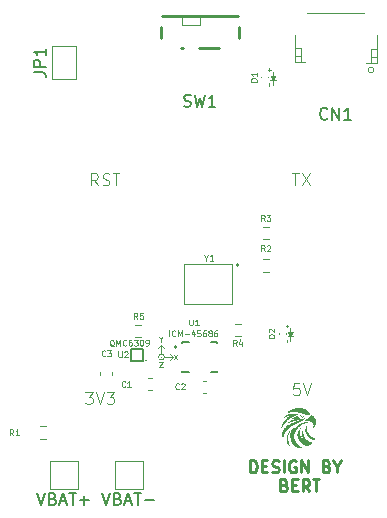
<source format=gto>
G04 #@! TF.GenerationSoftware,KiCad,Pcbnew,9.0.2*
G04 #@! TF.CreationDate,2025-06-27T14:18:33-07:00*
G04 #@! TF.ProjectId,slime_tracker,736c696d-655f-4747-9261-636b65722e6b,rev?*
G04 #@! TF.SameCoordinates,Original*
G04 #@! TF.FileFunction,Legend,Top*
G04 #@! TF.FilePolarity,Positive*
%FSLAX46Y46*%
G04 Gerber Fmt 4.6, Leading zero omitted, Abs format (unit mm)*
G04 Created by KiCad (PCBNEW 9.0.2) date 2025-06-27 14:18:33*
%MOMM*%
%LPD*%
G01*
G04 APERTURE LIST*
%ADD10C,0.191421*%
%ADD11C,0.100000*%
%ADD12C,0.125000*%
%ADD13C,0.250000*%
%ADD14C,0.150000*%
%ADD15C,0.062500*%
%ADD16C,0.050000*%
%ADD17C,0.120000*%
%ADD18C,0.170000*%
%ADD19C,0.000000*%
%ADD20C,0.127000*%
%ADD21C,0.200000*%
G04 APERTURE END LIST*
D10*
X143295710Y-91700000D02*
G75*
G02*
X143104290Y-91700000I-95710J0D01*
G01*
X143104290Y-91700000D02*
G75*
G02*
X143295710Y-91700000I95710J0D01*
G01*
D11*
X138640000Y-91590000D02*
X138640000Y-95000000D01*
X138640000Y-95000000D02*
X142700000Y-95000000D01*
D12*
X132734616Y-98579928D02*
X132686997Y-98556119D01*
X132686997Y-98556119D02*
X132639378Y-98508500D01*
X132639378Y-98508500D02*
X132567950Y-98437071D01*
X132567950Y-98437071D02*
X132520331Y-98413261D01*
X132520331Y-98413261D02*
X132472712Y-98413261D01*
X132496521Y-98532309D02*
X132448902Y-98508500D01*
X132448902Y-98508500D02*
X132401283Y-98460880D01*
X132401283Y-98460880D02*
X132377474Y-98365642D01*
X132377474Y-98365642D02*
X132377474Y-98198976D01*
X132377474Y-98198976D02*
X132401283Y-98103738D01*
X132401283Y-98103738D02*
X132448902Y-98056119D01*
X132448902Y-98056119D02*
X132496521Y-98032309D01*
X132496521Y-98032309D02*
X132591759Y-98032309D01*
X132591759Y-98032309D02*
X132639378Y-98056119D01*
X132639378Y-98056119D02*
X132686997Y-98103738D01*
X132686997Y-98103738D02*
X132710807Y-98198976D01*
X132710807Y-98198976D02*
X132710807Y-98365642D01*
X132710807Y-98365642D02*
X132686997Y-98460880D01*
X132686997Y-98460880D02*
X132639378Y-98508500D01*
X132639378Y-98508500D02*
X132591759Y-98532309D01*
X132591759Y-98532309D02*
X132496521Y-98532309D01*
X132925093Y-98532309D02*
X132925093Y-98032309D01*
X132925093Y-98032309D02*
X133091760Y-98389452D01*
X133091760Y-98389452D02*
X133258426Y-98032309D01*
X133258426Y-98032309D02*
X133258426Y-98532309D01*
X133782236Y-98484690D02*
X133758427Y-98508500D01*
X133758427Y-98508500D02*
X133686998Y-98532309D01*
X133686998Y-98532309D02*
X133639379Y-98532309D01*
X133639379Y-98532309D02*
X133567951Y-98508500D01*
X133567951Y-98508500D02*
X133520332Y-98460880D01*
X133520332Y-98460880D02*
X133496522Y-98413261D01*
X133496522Y-98413261D02*
X133472713Y-98318023D01*
X133472713Y-98318023D02*
X133472713Y-98246595D01*
X133472713Y-98246595D02*
X133496522Y-98151357D01*
X133496522Y-98151357D02*
X133520332Y-98103738D01*
X133520332Y-98103738D02*
X133567951Y-98056119D01*
X133567951Y-98056119D02*
X133639379Y-98032309D01*
X133639379Y-98032309D02*
X133686998Y-98032309D01*
X133686998Y-98032309D02*
X133758427Y-98056119D01*
X133758427Y-98056119D02*
X133782236Y-98079928D01*
X134210808Y-98032309D02*
X134115570Y-98032309D01*
X134115570Y-98032309D02*
X134067951Y-98056119D01*
X134067951Y-98056119D02*
X134044141Y-98079928D01*
X134044141Y-98079928D02*
X133996522Y-98151357D01*
X133996522Y-98151357D02*
X133972713Y-98246595D01*
X133972713Y-98246595D02*
X133972713Y-98437071D01*
X133972713Y-98437071D02*
X133996522Y-98484690D01*
X133996522Y-98484690D02*
X134020332Y-98508500D01*
X134020332Y-98508500D02*
X134067951Y-98532309D01*
X134067951Y-98532309D02*
X134163189Y-98532309D01*
X134163189Y-98532309D02*
X134210808Y-98508500D01*
X134210808Y-98508500D02*
X134234617Y-98484690D01*
X134234617Y-98484690D02*
X134258427Y-98437071D01*
X134258427Y-98437071D02*
X134258427Y-98318023D01*
X134258427Y-98318023D02*
X134234617Y-98270404D01*
X134234617Y-98270404D02*
X134210808Y-98246595D01*
X134210808Y-98246595D02*
X134163189Y-98222785D01*
X134163189Y-98222785D02*
X134067951Y-98222785D01*
X134067951Y-98222785D02*
X134020332Y-98246595D01*
X134020332Y-98246595D02*
X133996522Y-98270404D01*
X133996522Y-98270404D02*
X133972713Y-98318023D01*
X134425093Y-98032309D02*
X134734617Y-98032309D01*
X134734617Y-98032309D02*
X134567950Y-98222785D01*
X134567950Y-98222785D02*
X134639379Y-98222785D01*
X134639379Y-98222785D02*
X134686998Y-98246595D01*
X134686998Y-98246595D02*
X134710807Y-98270404D01*
X134710807Y-98270404D02*
X134734617Y-98318023D01*
X134734617Y-98318023D02*
X134734617Y-98437071D01*
X134734617Y-98437071D02*
X134710807Y-98484690D01*
X134710807Y-98484690D02*
X134686998Y-98508500D01*
X134686998Y-98508500D02*
X134639379Y-98532309D01*
X134639379Y-98532309D02*
X134496522Y-98532309D01*
X134496522Y-98532309D02*
X134448903Y-98508500D01*
X134448903Y-98508500D02*
X134425093Y-98484690D01*
X135044140Y-98032309D02*
X135091759Y-98032309D01*
X135091759Y-98032309D02*
X135139378Y-98056119D01*
X135139378Y-98056119D02*
X135163188Y-98079928D01*
X135163188Y-98079928D02*
X135186997Y-98127547D01*
X135186997Y-98127547D02*
X135210807Y-98222785D01*
X135210807Y-98222785D02*
X135210807Y-98341833D01*
X135210807Y-98341833D02*
X135186997Y-98437071D01*
X135186997Y-98437071D02*
X135163188Y-98484690D01*
X135163188Y-98484690D02*
X135139378Y-98508500D01*
X135139378Y-98508500D02*
X135091759Y-98532309D01*
X135091759Y-98532309D02*
X135044140Y-98532309D01*
X135044140Y-98532309D02*
X134996521Y-98508500D01*
X134996521Y-98508500D02*
X134972712Y-98484690D01*
X134972712Y-98484690D02*
X134948902Y-98437071D01*
X134948902Y-98437071D02*
X134925093Y-98341833D01*
X134925093Y-98341833D02*
X134925093Y-98222785D01*
X134925093Y-98222785D02*
X134948902Y-98127547D01*
X134948902Y-98127547D02*
X134972712Y-98079928D01*
X134972712Y-98079928D02*
X134996521Y-98056119D01*
X134996521Y-98056119D02*
X135044140Y-98032309D01*
X135448902Y-98532309D02*
X135544140Y-98532309D01*
X135544140Y-98532309D02*
X135591759Y-98508500D01*
X135591759Y-98508500D02*
X135615568Y-98484690D01*
X135615568Y-98484690D02*
X135663187Y-98413261D01*
X135663187Y-98413261D02*
X135686997Y-98318023D01*
X135686997Y-98318023D02*
X135686997Y-98127547D01*
X135686997Y-98127547D02*
X135663187Y-98079928D01*
X135663187Y-98079928D02*
X135639378Y-98056119D01*
X135639378Y-98056119D02*
X135591759Y-98032309D01*
X135591759Y-98032309D02*
X135496521Y-98032309D01*
X135496521Y-98032309D02*
X135448902Y-98056119D01*
X135448902Y-98056119D02*
X135425092Y-98079928D01*
X135425092Y-98079928D02*
X135401283Y-98127547D01*
X135401283Y-98127547D02*
X135401283Y-98246595D01*
X135401283Y-98246595D02*
X135425092Y-98294214D01*
X135425092Y-98294214D02*
X135448902Y-98318023D01*
X135448902Y-98318023D02*
X135496521Y-98341833D01*
X135496521Y-98341833D02*
X135591759Y-98341833D01*
X135591759Y-98341833D02*
X135639378Y-98318023D01*
X135639378Y-98318023D02*
X135663187Y-98294214D01*
X135663187Y-98294214D02*
X135686997Y-98246595D01*
D13*
X144257143Y-109254675D02*
X144257143Y-108254675D01*
X144257143Y-108254675D02*
X144495238Y-108254675D01*
X144495238Y-108254675D02*
X144638095Y-108302294D01*
X144638095Y-108302294D02*
X144733333Y-108397532D01*
X144733333Y-108397532D02*
X144780952Y-108492770D01*
X144780952Y-108492770D02*
X144828571Y-108683246D01*
X144828571Y-108683246D02*
X144828571Y-108826103D01*
X144828571Y-108826103D02*
X144780952Y-109016579D01*
X144780952Y-109016579D02*
X144733333Y-109111817D01*
X144733333Y-109111817D02*
X144638095Y-109207056D01*
X144638095Y-109207056D02*
X144495238Y-109254675D01*
X144495238Y-109254675D02*
X144257143Y-109254675D01*
X145257143Y-108730865D02*
X145590476Y-108730865D01*
X145733333Y-109254675D02*
X145257143Y-109254675D01*
X145257143Y-109254675D02*
X145257143Y-108254675D01*
X145257143Y-108254675D02*
X145733333Y-108254675D01*
X146114286Y-109207056D02*
X146257143Y-109254675D01*
X146257143Y-109254675D02*
X146495238Y-109254675D01*
X146495238Y-109254675D02*
X146590476Y-109207056D01*
X146590476Y-109207056D02*
X146638095Y-109159436D01*
X146638095Y-109159436D02*
X146685714Y-109064198D01*
X146685714Y-109064198D02*
X146685714Y-108968960D01*
X146685714Y-108968960D02*
X146638095Y-108873722D01*
X146638095Y-108873722D02*
X146590476Y-108826103D01*
X146590476Y-108826103D02*
X146495238Y-108778484D01*
X146495238Y-108778484D02*
X146304762Y-108730865D01*
X146304762Y-108730865D02*
X146209524Y-108683246D01*
X146209524Y-108683246D02*
X146161905Y-108635627D01*
X146161905Y-108635627D02*
X146114286Y-108540389D01*
X146114286Y-108540389D02*
X146114286Y-108445151D01*
X146114286Y-108445151D02*
X146161905Y-108349913D01*
X146161905Y-108349913D02*
X146209524Y-108302294D01*
X146209524Y-108302294D02*
X146304762Y-108254675D01*
X146304762Y-108254675D02*
X146542857Y-108254675D01*
X146542857Y-108254675D02*
X146685714Y-108302294D01*
X147114286Y-109254675D02*
X147114286Y-108254675D01*
X148114285Y-108302294D02*
X148019047Y-108254675D01*
X148019047Y-108254675D02*
X147876190Y-108254675D01*
X147876190Y-108254675D02*
X147733333Y-108302294D01*
X147733333Y-108302294D02*
X147638095Y-108397532D01*
X147638095Y-108397532D02*
X147590476Y-108492770D01*
X147590476Y-108492770D02*
X147542857Y-108683246D01*
X147542857Y-108683246D02*
X147542857Y-108826103D01*
X147542857Y-108826103D02*
X147590476Y-109016579D01*
X147590476Y-109016579D02*
X147638095Y-109111817D01*
X147638095Y-109111817D02*
X147733333Y-109207056D01*
X147733333Y-109207056D02*
X147876190Y-109254675D01*
X147876190Y-109254675D02*
X147971428Y-109254675D01*
X147971428Y-109254675D02*
X148114285Y-109207056D01*
X148114285Y-109207056D02*
X148161904Y-109159436D01*
X148161904Y-109159436D02*
X148161904Y-108826103D01*
X148161904Y-108826103D02*
X147971428Y-108826103D01*
X148590476Y-109254675D02*
X148590476Y-108254675D01*
X148590476Y-108254675D02*
X149161904Y-109254675D01*
X149161904Y-109254675D02*
X149161904Y-108254675D01*
X150733333Y-108730865D02*
X150876190Y-108778484D01*
X150876190Y-108778484D02*
X150923809Y-108826103D01*
X150923809Y-108826103D02*
X150971428Y-108921341D01*
X150971428Y-108921341D02*
X150971428Y-109064198D01*
X150971428Y-109064198D02*
X150923809Y-109159436D01*
X150923809Y-109159436D02*
X150876190Y-109207056D01*
X150876190Y-109207056D02*
X150780952Y-109254675D01*
X150780952Y-109254675D02*
X150400000Y-109254675D01*
X150400000Y-109254675D02*
X150400000Y-108254675D01*
X150400000Y-108254675D02*
X150733333Y-108254675D01*
X150733333Y-108254675D02*
X150828571Y-108302294D01*
X150828571Y-108302294D02*
X150876190Y-108349913D01*
X150876190Y-108349913D02*
X150923809Y-108445151D01*
X150923809Y-108445151D02*
X150923809Y-108540389D01*
X150923809Y-108540389D02*
X150876190Y-108635627D01*
X150876190Y-108635627D02*
X150828571Y-108683246D01*
X150828571Y-108683246D02*
X150733333Y-108730865D01*
X150733333Y-108730865D02*
X150400000Y-108730865D01*
X151590476Y-108778484D02*
X151590476Y-109254675D01*
X151257143Y-108254675D02*
X151590476Y-108778484D01*
X151590476Y-108778484D02*
X151923809Y-108254675D01*
X147138095Y-110340809D02*
X147280952Y-110388428D01*
X147280952Y-110388428D02*
X147328571Y-110436047D01*
X147328571Y-110436047D02*
X147376190Y-110531285D01*
X147376190Y-110531285D02*
X147376190Y-110674142D01*
X147376190Y-110674142D02*
X147328571Y-110769380D01*
X147328571Y-110769380D02*
X147280952Y-110817000D01*
X147280952Y-110817000D02*
X147185714Y-110864619D01*
X147185714Y-110864619D02*
X146804762Y-110864619D01*
X146804762Y-110864619D02*
X146804762Y-109864619D01*
X146804762Y-109864619D02*
X147138095Y-109864619D01*
X147138095Y-109864619D02*
X147233333Y-109912238D01*
X147233333Y-109912238D02*
X147280952Y-109959857D01*
X147280952Y-109959857D02*
X147328571Y-110055095D01*
X147328571Y-110055095D02*
X147328571Y-110150333D01*
X147328571Y-110150333D02*
X147280952Y-110245571D01*
X147280952Y-110245571D02*
X147233333Y-110293190D01*
X147233333Y-110293190D02*
X147138095Y-110340809D01*
X147138095Y-110340809D02*
X146804762Y-110340809D01*
X147804762Y-110340809D02*
X148138095Y-110340809D01*
X148280952Y-110864619D02*
X147804762Y-110864619D01*
X147804762Y-110864619D02*
X147804762Y-109864619D01*
X147804762Y-109864619D02*
X148280952Y-109864619D01*
X149280952Y-110864619D02*
X148947619Y-110388428D01*
X148709524Y-110864619D02*
X148709524Y-109864619D01*
X148709524Y-109864619D02*
X149090476Y-109864619D01*
X149090476Y-109864619D02*
X149185714Y-109912238D01*
X149185714Y-109912238D02*
X149233333Y-109959857D01*
X149233333Y-109959857D02*
X149280952Y-110055095D01*
X149280952Y-110055095D02*
X149280952Y-110197952D01*
X149280952Y-110197952D02*
X149233333Y-110293190D01*
X149233333Y-110293190D02*
X149185714Y-110340809D01*
X149185714Y-110340809D02*
X149090476Y-110388428D01*
X149090476Y-110388428D02*
X148709524Y-110388428D01*
X149566667Y-109864619D02*
X150138095Y-109864619D01*
X149852381Y-110864619D02*
X149852381Y-109864619D01*
D12*
X137401283Y-97732309D02*
X137401283Y-97232309D01*
X137925092Y-97684690D02*
X137901283Y-97708500D01*
X137901283Y-97708500D02*
X137829854Y-97732309D01*
X137829854Y-97732309D02*
X137782235Y-97732309D01*
X137782235Y-97732309D02*
X137710807Y-97708500D01*
X137710807Y-97708500D02*
X137663188Y-97660880D01*
X137663188Y-97660880D02*
X137639378Y-97613261D01*
X137639378Y-97613261D02*
X137615569Y-97518023D01*
X137615569Y-97518023D02*
X137615569Y-97446595D01*
X137615569Y-97446595D02*
X137639378Y-97351357D01*
X137639378Y-97351357D02*
X137663188Y-97303738D01*
X137663188Y-97303738D02*
X137710807Y-97256119D01*
X137710807Y-97256119D02*
X137782235Y-97232309D01*
X137782235Y-97232309D02*
X137829854Y-97232309D01*
X137829854Y-97232309D02*
X137901283Y-97256119D01*
X137901283Y-97256119D02*
X137925092Y-97279928D01*
X138139378Y-97732309D02*
X138139378Y-97232309D01*
X138139378Y-97232309D02*
X138306045Y-97589452D01*
X138306045Y-97589452D02*
X138472711Y-97232309D01*
X138472711Y-97232309D02*
X138472711Y-97732309D01*
X138710807Y-97541833D02*
X139091760Y-97541833D01*
X139544141Y-97398976D02*
X139544141Y-97732309D01*
X139425093Y-97208500D02*
X139306046Y-97565642D01*
X139306046Y-97565642D02*
X139615569Y-97565642D01*
X140044140Y-97232309D02*
X139806045Y-97232309D01*
X139806045Y-97232309D02*
X139782236Y-97470404D01*
X139782236Y-97470404D02*
X139806045Y-97446595D01*
X139806045Y-97446595D02*
X139853664Y-97422785D01*
X139853664Y-97422785D02*
X139972712Y-97422785D01*
X139972712Y-97422785D02*
X140020331Y-97446595D01*
X140020331Y-97446595D02*
X140044140Y-97470404D01*
X140044140Y-97470404D02*
X140067950Y-97518023D01*
X140067950Y-97518023D02*
X140067950Y-97637071D01*
X140067950Y-97637071D02*
X140044140Y-97684690D01*
X140044140Y-97684690D02*
X140020331Y-97708500D01*
X140020331Y-97708500D02*
X139972712Y-97732309D01*
X139972712Y-97732309D02*
X139853664Y-97732309D01*
X139853664Y-97732309D02*
X139806045Y-97708500D01*
X139806045Y-97708500D02*
X139782236Y-97684690D01*
X140496521Y-97232309D02*
X140401283Y-97232309D01*
X140401283Y-97232309D02*
X140353664Y-97256119D01*
X140353664Y-97256119D02*
X140329854Y-97279928D01*
X140329854Y-97279928D02*
X140282235Y-97351357D01*
X140282235Y-97351357D02*
X140258426Y-97446595D01*
X140258426Y-97446595D02*
X140258426Y-97637071D01*
X140258426Y-97637071D02*
X140282235Y-97684690D01*
X140282235Y-97684690D02*
X140306045Y-97708500D01*
X140306045Y-97708500D02*
X140353664Y-97732309D01*
X140353664Y-97732309D02*
X140448902Y-97732309D01*
X140448902Y-97732309D02*
X140496521Y-97708500D01*
X140496521Y-97708500D02*
X140520330Y-97684690D01*
X140520330Y-97684690D02*
X140544140Y-97637071D01*
X140544140Y-97637071D02*
X140544140Y-97518023D01*
X140544140Y-97518023D02*
X140520330Y-97470404D01*
X140520330Y-97470404D02*
X140496521Y-97446595D01*
X140496521Y-97446595D02*
X140448902Y-97422785D01*
X140448902Y-97422785D02*
X140353664Y-97422785D01*
X140353664Y-97422785D02*
X140306045Y-97446595D01*
X140306045Y-97446595D02*
X140282235Y-97470404D01*
X140282235Y-97470404D02*
X140258426Y-97518023D01*
X140829854Y-97446595D02*
X140782235Y-97422785D01*
X140782235Y-97422785D02*
X140758425Y-97398976D01*
X140758425Y-97398976D02*
X140734616Y-97351357D01*
X140734616Y-97351357D02*
X140734616Y-97327547D01*
X140734616Y-97327547D02*
X140758425Y-97279928D01*
X140758425Y-97279928D02*
X140782235Y-97256119D01*
X140782235Y-97256119D02*
X140829854Y-97232309D01*
X140829854Y-97232309D02*
X140925092Y-97232309D01*
X140925092Y-97232309D02*
X140972711Y-97256119D01*
X140972711Y-97256119D02*
X140996520Y-97279928D01*
X140996520Y-97279928D02*
X141020330Y-97327547D01*
X141020330Y-97327547D02*
X141020330Y-97351357D01*
X141020330Y-97351357D02*
X140996520Y-97398976D01*
X140996520Y-97398976D02*
X140972711Y-97422785D01*
X140972711Y-97422785D02*
X140925092Y-97446595D01*
X140925092Y-97446595D02*
X140829854Y-97446595D01*
X140829854Y-97446595D02*
X140782235Y-97470404D01*
X140782235Y-97470404D02*
X140758425Y-97494214D01*
X140758425Y-97494214D02*
X140734616Y-97541833D01*
X140734616Y-97541833D02*
X140734616Y-97637071D01*
X140734616Y-97637071D02*
X140758425Y-97684690D01*
X140758425Y-97684690D02*
X140782235Y-97708500D01*
X140782235Y-97708500D02*
X140829854Y-97732309D01*
X140829854Y-97732309D02*
X140925092Y-97732309D01*
X140925092Y-97732309D02*
X140972711Y-97708500D01*
X140972711Y-97708500D02*
X140996520Y-97684690D01*
X140996520Y-97684690D02*
X141020330Y-97637071D01*
X141020330Y-97637071D02*
X141020330Y-97541833D01*
X141020330Y-97541833D02*
X140996520Y-97494214D01*
X140996520Y-97494214D02*
X140972711Y-97470404D01*
X140972711Y-97470404D02*
X140925092Y-97446595D01*
X141448901Y-97232309D02*
X141353663Y-97232309D01*
X141353663Y-97232309D02*
X141306044Y-97256119D01*
X141306044Y-97256119D02*
X141282234Y-97279928D01*
X141282234Y-97279928D02*
X141234615Y-97351357D01*
X141234615Y-97351357D02*
X141210806Y-97446595D01*
X141210806Y-97446595D02*
X141210806Y-97637071D01*
X141210806Y-97637071D02*
X141234615Y-97684690D01*
X141234615Y-97684690D02*
X141258425Y-97708500D01*
X141258425Y-97708500D02*
X141306044Y-97732309D01*
X141306044Y-97732309D02*
X141401282Y-97732309D01*
X141401282Y-97732309D02*
X141448901Y-97708500D01*
X141448901Y-97708500D02*
X141472710Y-97684690D01*
X141472710Y-97684690D02*
X141496520Y-97637071D01*
X141496520Y-97637071D02*
X141496520Y-97518023D01*
X141496520Y-97518023D02*
X141472710Y-97470404D01*
X141472710Y-97470404D02*
X141448901Y-97446595D01*
X141448901Y-97446595D02*
X141401282Y-97422785D01*
X141401282Y-97422785D02*
X141306044Y-97422785D01*
X141306044Y-97422785D02*
X141258425Y-97446595D01*
X141258425Y-97446595D02*
X141234615Y-97470404D01*
X141234615Y-97470404D02*
X141210806Y-97518023D01*
D14*
X125954819Y-75383333D02*
X126669104Y-75383333D01*
X126669104Y-75383333D02*
X126811961Y-75430952D01*
X126811961Y-75430952D02*
X126907200Y-75526190D01*
X126907200Y-75526190D02*
X126954819Y-75669047D01*
X126954819Y-75669047D02*
X126954819Y-75764285D01*
X126954819Y-74907142D02*
X125954819Y-74907142D01*
X125954819Y-74907142D02*
X125954819Y-74526190D01*
X125954819Y-74526190D02*
X126002438Y-74430952D01*
X126002438Y-74430952D02*
X126050057Y-74383333D01*
X126050057Y-74383333D02*
X126145295Y-74335714D01*
X126145295Y-74335714D02*
X126288152Y-74335714D01*
X126288152Y-74335714D02*
X126383390Y-74383333D01*
X126383390Y-74383333D02*
X126431009Y-74430952D01*
X126431009Y-74430952D02*
X126478628Y-74526190D01*
X126478628Y-74526190D02*
X126478628Y-74907142D01*
X126954819Y-73383333D02*
X126954819Y-73954761D01*
X126954819Y-73669047D02*
X125954819Y-73669047D01*
X125954819Y-73669047D02*
X126097676Y-73764285D01*
X126097676Y-73764285D02*
X126192914Y-73859523D01*
X126192914Y-73859523D02*
X126240533Y-73954761D01*
D12*
X146324809Y-97869047D02*
X145824809Y-97869047D01*
X145824809Y-97869047D02*
X145824809Y-97749999D01*
X145824809Y-97749999D02*
X145848619Y-97678571D01*
X145848619Y-97678571D02*
X145896238Y-97630952D01*
X145896238Y-97630952D02*
X145943857Y-97607142D01*
X145943857Y-97607142D02*
X146039095Y-97583333D01*
X146039095Y-97583333D02*
X146110523Y-97583333D01*
X146110523Y-97583333D02*
X146205761Y-97607142D01*
X146205761Y-97607142D02*
X146253380Y-97630952D01*
X146253380Y-97630952D02*
X146301000Y-97678571D01*
X146301000Y-97678571D02*
X146324809Y-97749999D01*
X146324809Y-97749999D02*
X146324809Y-97869047D01*
X145872428Y-97392856D02*
X145848619Y-97369047D01*
X145848619Y-97369047D02*
X145824809Y-97321428D01*
X145824809Y-97321428D02*
X145824809Y-97202380D01*
X145824809Y-97202380D02*
X145848619Y-97154761D01*
X145848619Y-97154761D02*
X145872428Y-97130952D01*
X145872428Y-97130952D02*
X145920047Y-97107142D01*
X145920047Y-97107142D02*
X145967666Y-97107142D01*
X145967666Y-97107142D02*
X146039095Y-97130952D01*
X146039095Y-97130952D02*
X146324809Y-97416666D01*
X146324809Y-97416666D02*
X146324809Y-97107142D01*
D15*
X147395916Y-96949358D02*
X147395916Y-96758882D01*
X147491154Y-96854120D02*
X147300678Y-96854120D01*
X147395916Y-98224358D02*
X147395916Y-98033882D01*
D12*
X133119047Y-99024809D02*
X133119047Y-99429571D01*
X133119047Y-99429571D02*
X133142857Y-99477190D01*
X133142857Y-99477190D02*
X133166666Y-99501000D01*
X133166666Y-99501000D02*
X133214285Y-99524809D01*
X133214285Y-99524809D02*
X133309523Y-99524809D01*
X133309523Y-99524809D02*
X133357142Y-99501000D01*
X133357142Y-99501000D02*
X133380952Y-99477190D01*
X133380952Y-99477190D02*
X133404761Y-99429571D01*
X133404761Y-99429571D02*
X133404761Y-99024809D01*
X133619048Y-99072428D02*
X133642857Y-99048619D01*
X133642857Y-99048619D02*
X133690476Y-99024809D01*
X133690476Y-99024809D02*
X133809524Y-99024809D01*
X133809524Y-99024809D02*
X133857143Y-99048619D01*
X133857143Y-99048619D02*
X133880952Y-99072428D01*
X133880952Y-99072428D02*
X133904762Y-99120047D01*
X133904762Y-99120047D02*
X133904762Y-99167666D01*
X133904762Y-99167666D02*
X133880952Y-99239095D01*
X133880952Y-99239095D02*
X133595238Y-99524809D01*
X133595238Y-99524809D02*
X133904762Y-99524809D01*
X144824809Y-76169047D02*
X144324809Y-76169047D01*
X144324809Y-76169047D02*
X144324809Y-76049999D01*
X144324809Y-76049999D02*
X144348619Y-75978571D01*
X144348619Y-75978571D02*
X144396238Y-75930952D01*
X144396238Y-75930952D02*
X144443857Y-75907142D01*
X144443857Y-75907142D02*
X144539095Y-75883333D01*
X144539095Y-75883333D02*
X144610523Y-75883333D01*
X144610523Y-75883333D02*
X144705761Y-75907142D01*
X144705761Y-75907142D02*
X144753380Y-75930952D01*
X144753380Y-75930952D02*
X144801000Y-75978571D01*
X144801000Y-75978571D02*
X144824809Y-76049999D01*
X144824809Y-76049999D02*
X144824809Y-76169047D01*
X144824809Y-75407142D02*
X144824809Y-75692856D01*
X144824809Y-75549999D02*
X144324809Y-75549999D01*
X144324809Y-75549999D02*
X144396238Y-75597618D01*
X144396238Y-75597618D02*
X144443857Y-75645237D01*
X144443857Y-75645237D02*
X144467666Y-75692856D01*
D15*
X145895916Y-76524358D02*
X145895916Y-76333882D01*
X145895916Y-75249358D02*
X145895916Y-75058882D01*
X145991154Y-75154120D02*
X145800678Y-75154120D01*
D12*
X143116666Y-98534809D02*
X142950000Y-98296714D01*
X142830952Y-98534809D02*
X142830952Y-98034809D01*
X142830952Y-98034809D02*
X143021428Y-98034809D01*
X143021428Y-98034809D02*
X143069047Y-98058619D01*
X143069047Y-98058619D02*
X143092857Y-98082428D01*
X143092857Y-98082428D02*
X143116666Y-98130047D01*
X143116666Y-98130047D02*
X143116666Y-98201476D01*
X143116666Y-98201476D02*
X143092857Y-98249095D01*
X143092857Y-98249095D02*
X143069047Y-98272904D01*
X143069047Y-98272904D02*
X143021428Y-98296714D01*
X143021428Y-98296714D02*
X142830952Y-98296714D01*
X143545238Y-98201476D02*
X143545238Y-98534809D01*
X143426190Y-98011000D02*
X143307143Y-98368142D01*
X143307143Y-98368142D02*
X143616666Y-98368142D01*
X138241666Y-102177190D02*
X138217857Y-102201000D01*
X138217857Y-102201000D02*
X138146428Y-102224809D01*
X138146428Y-102224809D02*
X138098809Y-102224809D01*
X138098809Y-102224809D02*
X138027381Y-102201000D01*
X138027381Y-102201000D02*
X137979762Y-102153380D01*
X137979762Y-102153380D02*
X137955952Y-102105761D01*
X137955952Y-102105761D02*
X137932143Y-102010523D01*
X137932143Y-102010523D02*
X137932143Y-101939095D01*
X137932143Y-101939095D02*
X137955952Y-101843857D01*
X137955952Y-101843857D02*
X137979762Y-101796238D01*
X137979762Y-101796238D02*
X138027381Y-101748619D01*
X138027381Y-101748619D02*
X138098809Y-101724809D01*
X138098809Y-101724809D02*
X138146428Y-101724809D01*
X138146428Y-101724809D02*
X138217857Y-101748619D01*
X138217857Y-101748619D02*
X138241666Y-101772428D01*
X138432143Y-101772428D02*
X138455952Y-101748619D01*
X138455952Y-101748619D02*
X138503571Y-101724809D01*
X138503571Y-101724809D02*
X138622619Y-101724809D01*
X138622619Y-101724809D02*
X138670238Y-101748619D01*
X138670238Y-101748619D02*
X138694047Y-101772428D01*
X138694047Y-101772428D02*
X138717857Y-101820047D01*
X138717857Y-101820047D02*
X138717857Y-101867666D01*
X138717857Y-101867666D02*
X138694047Y-101939095D01*
X138694047Y-101939095D02*
X138408333Y-102224809D01*
X138408333Y-102224809D02*
X138717857Y-102224809D01*
X145504166Y-87974809D02*
X145337500Y-87736714D01*
X145218452Y-87974809D02*
X145218452Y-87474809D01*
X145218452Y-87474809D02*
X145408928Y-87474809D01*
X145408928Y-87474809D02*
X145456547Y-87498619D01*
X145456547Y-87498619D02*
X145480357Y-87522428D01*
X145480357Y-87522428D02*
X145504166Y-87570047D01*
X145504166Y-87570047D02*
X145504166Y-87641476D01*
X145504166Y-87641476D02*
X145480357Y-87689095D01*
X145480357Y-87689095D02*
X145456547Y-87712904D01*
X145456547Y-87712904D02*
X145408928Y-87736714D01*
X145408928Y-87736714D02*
X145218452Y-87736714D01*
X145670833Y-87474809D02*
X145980357Y-87474809D01*
X145980357Y-87474809D02*
X145813690Y-87665285D01*
X145813690Y-87665285D02*
X145885119Y-87665285D01*
X145885119Y-87665285D02*
X145932738Y-87689095D01*
X145932738Y-87689095D02*
X145956547Y-87712904D01*
X145956547Y-87712904D02*
X145980357Y-87760523D01*
X145980357Y-87760523D02*
X145980357Y-87879571D01*
X145980357Y-87879571D02*
X145956547Y-87927190D01*
X145956547Y-87927190D02*
X145932738Y-87951000D01*
X145932738Y-87951000D02*
X145885119Y-87974809D01*
X145885119Y-87974809D02*
X145742262Y-87974809D01*
X145742262Y-87974809D02*
X145694643Y-87951000D01*
X145694643Y-87951000D02*
X145670833Y-87927190D01*
D14*
X150809523Y-79299580D02*
X150761904Y-79347200D01*
X150761904Y-79347200D02*
X150619047Y-79394819D01*
X150619047Y-79394819D02*
X150523809Y-79394819D01*
X150523809Y-79394819D02*
X150380952Y-79347200D01*
X150380952Y-79347200D02*
X150285714Y-79251961D01*
X150285714Y-79251961D02*
X150238095Y-79156723D01*
X150238095Y-79156723D02*
X150190476Y-78966247D01*
X150190476Y-78966247D02*
X150190476Y-78823390D01*
X150190476Y-78823390D02*
X150238095Y-78632914D01*
X150238095Y-78632914D02*
X150285714Y-78537676D01*
X150285714Y-78537676D02*
X150380952Y-78442438D01*
X150380952Y-78442438D02*
X150523809Y-78394819D01*
X150523809Y-78394819D02*
X150619047Y-78394819D01*
X150619047Y-78394819D02*
X150761904Y-78442438D01*
X150761904Y-78442438D02*
X150809523Y-78490057D01*
X151238095Y-79394819D02*
X151238095Y-78394819D01*
X151238095Y-78394819D02*
X151809523Y-79394819D01*
X151809523Y-79394819D02*
X151809523Y-78394819D01*
X152809523Y-79394819D02*
X152238095Y-79394819D01*
X152523809Y-79394819D02*
X152523809Y-78394819D01*
X152523809Y-78394819D02*
X152428571Y-78537676D01*
X152428571Y-78537676D02*
X152333333Y-78632914D01*
X152333333Y-78632914D02*
X152238095Y-78680533D01*
X126238095Y-111004819D02*
X126571428Y-112004819D01*
X126571428Y-112004819D02*
X126904761Y-111004819D01*
X127571428Y-111481009D02*
X127714285Y-111528628D01*
X127714285Y-111528628D02*
X127761904Y-111576247D01*
X127761904Y-111576247D02*
X127809523Y-111671485D01*
X127809523Y-111671485D02*
X127809523Y-111814342D01*
X127809523Y-111814342D02*
X127761904Y-111909580D01*
X127761904Y-111909580D02*
X127714285Y-111957200D01*
X127714285Y-111957200D02*
X127619047Y-112004819D01*
X127619047Y-112004819D02*
X127238095Y-112004819D01*
X127238095Y-112004819D02*
X127238095Y-111004819D01*
X127238095Y-111004819D02*
X127571428Y-111004819D01*
X127571428Y-111004819D02*
X127666666Y-111052438D01*
X127666666Y-111052438D02*
X127714285Y-111100057D01*
X127714285Y-111100057D02*
X127761904Y-111195295D01*
X127761904Y-111195295D02*
X127761904Y-111290533D01*
X127761904Y-111290533D02*
X127714285Y-111385771D01*
X127714285Y-111385771D02*
X127666666Y-111433390D01*
X127666666Y-111433390D02*
X127571428Y-111481009D01*
X127571428Y-111481009D02*
X127238095Y-111481009D01*
X128190476Y-111719104D02*
X128666666Y-111719104D01*
X128095238Y-112004819D02*
X128428571Y-111004819D01*
X128428571Y-111004819D02*
X128761904Y-112004819D01*
X128952381Y-111004819D02*
X129523809Y-111004819D01*
X129238095Y-112004819D02*
X129238095Y-111004819D01*
X129857143Y-111623866D02*
X130619048Y-111623866D01*
X130238095Y-112004819D02*
X130238095Y-111242914D01*
D11*
X148440074Y-101727419D02*
X147963884Y-101727419D01*
X147963884Y-101727419D02*
X147916265Y-102203609D01*
X147916265Y-102203609D02*
X147963884Y-102155990D01*
X147963884Y-102155990D02*
X148059122Y-102108371D01*
X148059122Y-102108371D02*
X148297217Y-102108371D01*
X148297217Y-102108371D02*
X148392455Y-102155990D01*
X148392455Y-102155990D02*
X148440074Y-102203609D01*
X148440074Y-102203609D02*
X148487693Y-102298847D01*
X148487693Y-102298847D02*
X148487693Y-102536942D01*
X148487693Y-102536942D02*
X148440074Y-102632180D01*
X148440074Y-102632180D02*
X148392455Y-102679800D01*
X148392455Y-102679800D02*
X148297217Y-102727419D01*
X148297217Y-102727419D02*
X148059122Y-102727419D01*
X148059122Y-102727419D02*
X147963884Y-102679800D01*
X147963884Y-102679800D02*
X147916265Y-102632180D01*
X148773408Y-101727419D02*
X149106741Y-102727419D01*
X149106741Y-102727419D02*
X149440074Y-101727419D01*
X130308646Y-102472419D02*
X130927693Y-102472419D01*
X130927693Y-102472419D02*
X130594360Y-102853371D01*
X130594360Y-102853371D02*
X130737217Y-102853371D01*
X130737217Y-102853371D02*
X130832455Y-102900990D01*
X130832455Y-102900990D02*
X130880074Y-102948609D01*
X130880074Y-102948609D02*
X130927693Y-103043847D01*
X130927693Y-103043847D02*
X130927693Y-103281942D01*
X130927693Y-103281942D02*
X130880074Y-103377180D01*
X130880074Y-103377180D02*
X130832455Y-103424800D01*
X130832455Y-103424800D02*
X130737217Y-103472419D01*
X130737217Y-103472419D02*
X130451503Y-103472419D01*
X130451503Y-103472419D02*
X130356265Y-103424800D01*
X130356265Y-103424800D02*
X130308646Y-103377180D01*
X131213408Y-102472419D02*
X131546741Y-103472419D01*
X131546741Y-103472419D02*
X131880074Y-102472419D01*
X132118170Y-102472419D02*
X132737217Y-102472419D01*
X132737217Y-102472419D02*
X132403884Y-102853371D01*
X132403884Y-102853371D02*
X132546741Y-102853371D01*
X132546741Y-102853371D02*
X132641979Y-102900990D01*
X132641979Y-102900990D02*
X132689598Y-102948609D01*
X132689598Y-102948609D02*
X132737217Y-103043847D01*
X132737217Y-103043847D02*
X132737217Y-103281942D01*
X132737217Y-103281942D02*
X132689598Y-103377180D01*
X132689598Y-103377180D02*
X132641979Y-103424800D01*
X132641979Y-103424800D02*
X132546741Y-103472419D01*
X132546741Y-103472419D02*
X132261027Y-103472419D01*
X132261027Y-103472419D02*
X132165789Y-103424800D01*
X132165789Y-103424800D02*
X132118170Y-103377180D01*
X147821027Y-83947419D02*
X148392455Y-83947419D01*
X148106741Y-84947419D02*
X148106741Y-83947419D01*
X148630551Y-83947419D02*
X149297217Y-84947419D01*
X149297217Y-83947419D02*
X148630551Y-84947419D01*
X131390312Y-84947419D02*
X131056979Y-84471228D01*
X130818884Y-84947419D02*
X130818884Y-83947419D01*
X130818884Y-83947419D02*
X131199836Y-83947419D01*
X131199836Y-83947419D02*
X131295074Y-83995038D01*
X131295074Y-83995038D02*
X131342693Y-84042657D01*
X131342693Y-84042657D02*
X131390312Y-84137895D01*
X131390312Y-84137895D02*
X131390312Y-84280752D01*
X131390312Y-84280752D02*
X131342693Y-84375990D01*
X131342693Y-84375990D02*
X131295074Y-84423609D01*
X131295074Y-84423609D02*
X131199836Y-84471228D01*
X131199836Y-84471228D02*
X130818884Y-84471228D01*
X131771265Y-84899800D02*
X131914122Y-84947419D01*
X131914122Y-84947419D02*
X132152217Y-84947419D01*
X132152217Y-84947419D02*
X132247455Y-84899800D01*
X132247455Y-84899800D02*
X132295074Y-84852180D01*
X132295074Y-84852180D02*
X132342693Y-84756942D01*
X132342693Y-84756942D02*
X132342693Y-84661704D01*
X132342693Y-84661704D02*
X132295074Y-84566466D01*
X132295074Y-84566466D02*
X132247455Y-84518847D01*
X132247455Y-84518847D02*
X132152217Y-84471228D01*
X132152217Y-84471228D02*
X131961741Y-84423609D01*
X131961741Y-84423609D02*
X131866503Y-84375990D01*
X131866503Y-84375990D02*
X131818884Y-84328371D01*
X131818884Y-84328371D02*
X131771265Y-84233133D01*
X131771265Y-84233133D02*
X131771265Y-84137895D01*
X131771265Y-84137895D02*
X131818884Y-84042657D01*
X131818884Y-84042657D02*
X131866503Y-83995038D01*
X131866503Y-83995038D02*
X131961741Y-83947419D01*
X131961741Y-83947419D02*
X132199836Y-83947419D01*
X132199836Y-83947419D02*
X132342693Y-83995038D01*
X132628408Y-83947419D02*
X133199836Y-83947419D01*
X132914122Y-84947419D02*
X132914122Y-83947419D01*
D12*
X139119047Y-96324809D02*
X139119047Y-96729571D01*
X139119047Y-96729571D02*
X139142857Y-96777190D01*
X139142857Y-96777190D02*
X139166666Y-96801000D01*
X139166666Y-96801000D02*
X139214285Y-96824809D01*
X139214285Y-96824809D02*
X139309523Y-96824809D01*
X139309523Y-96824809D02*
X139357142Y-96801000D01*
X139357142Y-96801000D02*
X139380952Y-96777190D01*
X139380952Y-96777190D02*
X139404761Y-96729571D01*
X139404761Y-96729571D02*
X139404761Y-96324809D01*
X139904762Y-96824809D02*
X139619048Y-96824809D01*
X139761905Y-96824809D02*
X139761905Y-96324809D01*
X139761905Y-96324809D02*
X139714286Y-96396238D01*
X139714286Y-96396238D02*
X139666667Y-96443857D01*
X139666667Y-96443857D02*
X139619048Y-96467666D01*
D16*
X136704322Y-98007971D02*
X136704322Y-98198447D01*
X136570989Y-97798447D02*
X136704322Y-98007971D01*
X136704322Y-98007971D02*
X136837655Y-97798447D01*
X136590036Y-99948447D02*
X136856703Y-99948447D01*
X136856703Y-99948447D02*
X136590036Y-100348447D01*
X136590036Y-100348447D02*
X136856703Y-100348447D01*
X137840036Y-99298447D02*
X138106703Y-99698447D01*
X138106703Y-99298447D02*
X137840036Y-99698447D01*
D12*
X132016666Y-99377190D02*
X131992857Y-99401000D01*
X131992857Y-99401000D02*
X131921428Y-99424809D01*
X131921428Y-99424809D02*
X131873809Y-99424809D01*
X131873809Y-99424809D02*
X131802381Y-99401000D01*
X131802381Y-99401000D02*
X131754762Y-99353380D01*
X131754762Y-99353380D02*
X131730952Y-99305761D01*
X131730952Y-99305761D02*
X131707143Y-99210523D01*
X131707143Y-99210523D02*
X131707143Y-99139095D01*
X131707143Y-99139095D02*
X131730952Y-99043857D01*
X131730952Y-99043857D02*
X131754762Y-98996238D01*
X131754762Y-98996238D02*
X131802381Y-98948619D01*
X131802381Y-98948619D02*
X131873809Y-98924809D01*
X131873809Y-98924809D02*
X131921428Y-98924809D01*
X131921428Y-98924809D02*
X131992857Y-98948619D01*
X131992857Y-98948619D02*
X132016666Y-98972428D01*
X132183333Y-98924809D02*
X132492857Y-98924809D01*
X132492857Y-98924809D02*
X132326190Y-99115285D01*
X132326190Y-99115285D02*
X132397619Y-99115285D01*
X132397619Y-99115285D02*
X132445238Y-99139095D01*
X132445238Y-99139095D02*
X132469047Y-99162904D01*
X132469047Y-99162904D02*
X132492857Y-99210523D01*
X132492857Y-99210523D02*
X132492857Y-99329571D01*
X132492857Y-99329571D02*
X132469047Y-99377190D01*
X132469047Y-99377190D02*
X132445238Y-99401000D01*
X132445238Y-99401000D02*
X132397619Y-99424809D01*
X132397619Y-99424809D02*
X132254762Y-99424809D01*
X132254762Y-99424809D02*
X132207143Y-99401000D01*
X132207143Y-99401000D02*
X132183333Y-99377190D01*
X145504166Y-90544809D02*
X145337500Y-90306714D01*
X145218452Y-90544809D02*
X145218452Y-90044809D01*
X145218452Y-90044809D02*
X145408928Y-90044809D01*
X145408928Y-90044809D02*
X145456547Y-90068619D01*
X145456547Y-90068619D02*
X145480357Y-90092428D01*
X145480357Y-90092428D02*
X145504166Y-90140047D01*
X145504166Y-90140047D02*
X145504166Y-90211476D01*
X145504166Y-90211476D02*
X145480357Y-90259095D01*
X145480357Y-90259095D02*
X145456547Y-90282904D01*
X145456547Y-90282904D02*
X145408928Y-90306714D01*
X145408928Y-90306714D02*
X145218452Y-90306714D01*
X145694643Y-90092428D02*
X145718452Y-90068619D01*
X145718452Y-90068619D02*
X145766071Y-90044809D01*
X145766071Y-90044809D02*
X145885119Y-90044809D01*
X145885119Y-90044809D02*
X145932738Y-90068619D01*
X145932738Y-90068619D02*
X145956547Y-90092428D01*
X145956547Y-90092428D02*
X145980357Y-90140047D01*
X145980357Y-90140047D02*
X145980357Y-90187666D01*
X145980357Y-90187666D02*
X145956547Y-90259095D01*
X145956547Y-90259095D02*
X145670833Y-90544809D01*
X145670833Y-90544809D02*
X145980357Y-90544809D01*
D14*
X138666667Y-78257200D02*
X138809524Y-78304819D01*
X138809524Y-78304819D02*
X139047619Y-78304819D01*
X139047619Y-78304819D02*
X139142857Y-78257200D01*
X139142857Y-78257200D02*
X139190476Y-78209580D01*
X139190476Y-78209580D02*
X139238095Y-78114342D01*
X139238095Y-78114342D02*
X139238095Y-78019104D01*
X139238095Y-78019104D02*
X139190476Y-77923866D01*
X139190476Y-77923866D02*
X139142857Y-77876247D01*
X139142857Y-77876247D02*
X139047619Y-77828628D01*
X139047619Y-77828628D02*
X138857143Y-77781009D01*
X138857143Y-77781009D02*
X138761905Y-77733390D01*
X138761905Y-77733390D02*
X138714286Y-77685771D01*
X138714286Y-77685771D02*
X138666667Y-77590533D01*
X138666667Y-77590533D02*
X138666667Y-77495295D01*
X138666667Y-77495295D02*
X138714286Y-77400057D01*
X138714286Y-77400057D02*
X138761905Y-77352438D01*
X138761905Y-77352438D02*
X138857143Y-77304819D01*
X138857143Y-77304819D02*
X139095238Y-77304819D01*
X139095238Y-77304819D02*
X139238095Y-77352438D01*
X139571429Y-77304819D02*
X139809524Y-78304819D01*
X139809524Y-78304819D02*
X140000000Y-77590533D01*
X140000000Y-77590533D02*
X140190476Y-78304819D01*
X140190476Y-78304819D02*
X140428572Y-77304819D01*
X141333333Y-78304819D02*
X140761905Y-78304819D01*
X141047619Y-78304819D02*
X141047619Y-77304819D01*
X141047619Y-77304819D02*
X140952381Y-77447676D01*
X140952381Y-77447676D02*
X140857143Y-77542914D01*
X140857143Y-77542914D02*
X140761905Y-77590533D01*
X131738095Y-111004819D02*
X132071428Y-112004819D01*
X132071428Y-112004819D02*
X132404761Y-111004819D01*
X133071428Y-111481009D02*
X133214285Y-111528628D01*
X133214285Y-111528628D02*
X133261904Y-111576247D01*
X133261904Y-111576247D02*
X133309523Y-111671485D01*
X133309523Y-111671485D02*
X133309523Y-111814342D01*
X133309523Y-111814342D02*
X133261904Y-111909580D01*
X133261904Y-111909580D02*
X133214285Y-111957200D01*
X133214285Y-111957200D02*
X133119047Y-112004819D01*
X133119047Y-112004819D02*
X132738095Y-112004819D01*
X132738095Y-112004819D02*
X132738095Y-111004819D01*
X132738095Y-111004819D02*
X133071428Y-111004819D01*
X133071428Y-111004819D02*
X133166666Y-111052438D01*
X133166666Y-111052438D02*
X133214285Y-111100057D01*
X133214285Y-111100057D02*
X133261904Y-111195295D01*
X133261904Y-111195295D02*
X133261904Y-111290533D01*
X133261904Y-111290533D02*
X133214285Y-111385771D01*
X133214285Y-111385771D02*
X133166666Y-111433390D01*
X133166666Y-111433390D02*
X133071428Y-111481009D01*
X133071428Y-111481009D02*
X132738095Y-111481009D01*
X133690476Y-111719104D02*
X134166666Y-111719104D01*
X133595238Y-112004819D02*
X133928571Y-111004819D01*
X133928571Y-111004819D02*
X134261904Y-112004819D01*
X134452381Y-111004819D02*
X135023809Y-111004819D01*
X134738095Y-112004819D02*
X134738095Y-111004819D01*
X135357143Y-111623866D02*
X136119048Y-111623866D01*
D12*
X134729166Y-96274809D02*
X134562500Y-96036714D01*
X134443452Y-96274809D02*
X134443452Y-95774809D01*
X134443452Y-95774809D02*
X134633928Y-95774809D01*
X134633928Y-95774809D02*
X134681547Y-95798619D01*
X134681547Y-95798619D02*
X134705357Y-95822428D01*
X134705357Y-95822428D02*
X134729166Y-95870047D01*
X134729166Y-95870047D02*
X134729166Y-95941476D01*
X134729166Y-95941476D02*
X134705357Y-95989095D01*
X134705357Y-95989095D02*
X134681547Y-96012904D01*
X134681547Y-96012904D02*
X134633928Y-96036714D01*
X134633928Y-96036714D02*
X134443452Y-96036714D01*
X135181547Y-95774809D02*
X134943452Y-95774809D01*
X134943452Y-95774809D02*
X134919643Y-96012904D01*
X134919643Y-96012904D02*
X134943452Y-95989095D01*
X134943452Y-95989095D02*
X134991071Y-95965285D01*
X134991071Y-95965285D02*
X135110119Y-95965285D01*
X135110119Y-95965285D02*
X135157738Y-95989095D01*
X135157738Y-95989095D02*
X135181547Y-96012904D01*
X135181547Y-96012904D02*
X135205357Y-96060523D01*
X135205357Y-96060523D02*
X135205357Y-96179571D01*
X135205357Y-96179571D02*
X135181547Y-96227190D01*
X135181547Y-96227190D02*
X135157738Y-96251000D01*
X135157738Y-96251000D02*
X135110119Y-96274809D01*
X135110119Y-96274809D02*
X134991071Y-96274809D01*
X134991071Y-96274809D02*
X134943452Y-96251000D01*
X134943452Y-96251000D02*
X134919643Y-96227190D01*
X133691666Y-101977190D02*
X133667857Y-102001000D01*
X133667857Y-102001000D02*
X133596428Y-102024809D01*
X133596428Y-102024809D02*
X133548809Y-102024809D01*
X133548809Y-102024809D02*
X133477381Y-102001000D01*
X133477381Y-102001000D02*
X133429762Y-101953380D01*
X133429762Y-101953380D02*
X133405952Y-101905761D01*
X133405952Y-101905761D02*
X133382143Y-101810523D01*
X133382143Y-101810523D02*
X133382143Y-101739095D01*
X133382143Y-101739095D02*
X133405952Y-101643857D01*
X133405952Y-101643857D02*
X133429762Y-101596238D01*
X133429762Y-101596238D02*
X133477381Y-101548619D01*
X133477381Y-101548619D02*
X133548809Y-101524809D01*
X133548809Y-101524809D02*
X133596428Y-101524809D01*
X133596428Y-101524809D02*
X133667857Y-101548619D01*
X133667857Y-101548619D02*
X133691666Y-101572428D01*
X134167857Y-102024809D02*
X133882143Y-102024809D01*
X134025000Y-102024809D02*
X134025000Y-101524809D01*
X134025000Y-101524809D02*
X133977381Y-101596238D01*
X133977381Y-101596238D02*
X133929762Y-101643857D01*
X133929762Y-101643857D02*
X133882143Y-101667666D01*
X140561905Y-91086714D02*
X140561905Y-91324809D01*
X140395239Y-90824809D02*
X140561905Y-91086714D01*
X140561905Y-91086714D02*
X140728572Y-90824809D01*
X141157143Y-91324809D02*
X140871429Y-91324809D01*
X141014286Y-91324809D02*
X141014286Y-90824809D01*
X141014286Y-90824809D02*
X140966667Y-90896238D01*
X140966667Y-90896238D02*
X140919048Y-90943857D01*
X140919048Y-90943857D02*
X140871429Y-90967666D01*
X124216666Y-106124809D02*
X124050000Y-105886714D01*
X123930952Y-106124809D02*
X123930952Y-105624809D01*
X123930952Y-105624809D02*
X124121428Y-105624809D01*
X124121428Y-105624809D02*
X124169047Y-105648619D01*
X124169047Y-105648619D02*
X124192857Y-105672428D01*
X124192857Y-105672428D02*
X124216666Y-105720047D01*
X124216666Y-105720047D02*
X124216666Y-105791476D01*
X124216666Y-105791476D02*
X124192857Y-105839095D01*
X124192857Y-105839095D02*
X124169047Y-105862904D01*
X124169047Y-105862904D02*
X124121428Y-105886714D01*
X124121428Y-105886714D02*
X123930952Y-105886714D01*
X124692857Y-106124809D02*
X124407143Y-106124809D01*
X124550000Y-106124809D02*
X124550000Y-105624809D01*
X124550000Y-105624809D02*
X124502381Y-105696238D01*
X124502381Y-105696238D02*
X124454762Y-105743857D01*
X124454762Y-105743857D02*
X124407143Y-105767666D01*
D17*
X127500000Y-73150000D02*
X129500000Y-73150000D01*
X127500000Y-75950000D02*
X127500000Y-73150000D01*
X129500000Y-73150000D02*
X129500000Y-75950000D01*
X129500000Y-75950000D02*
X127500000Y-75950000D01*
X146690000Y-97510000D02*
X146690000Y-97490000D01*
X147310000Y-97510000D02*
X147310000Y-97490000D01*
D11*
X147450000Y-97700000D02*
X147925000Y-97700000D01*
X147675000Y-97375000D02*
X147675000Y-97025000D01*
X147675000Y-97700000D02*
X147675000Y-98125000D01*
X147675000Y-97700000D02*
X147500000Y-97375000D01*
X147875000Y-97375000D01*
X147675000Y-97700000D01*
G36*
X147675000Y-97700000D02*
G01*
X147500000Y-97375000D01*
X147875000Y-97375000D01*
X147675000Y-97700000D01*
G37*
D18*
X134170000Y-98780000D02*
X134170000Y-99820000D01*
X134170000Y-99820000D02*
X135220000Y-99820000D01*
X135220000Y-98780000D02*
X134170000Y-98780000D01*
X135220000Y-99820000D02*
X135220000Y-98780000D01*
D11*
X135500000Y-99810000D02*
G75*
G02*
X135420000Y-99810000I-40000J0D01*
G01*
X135420000Y-99810000D02*
G75*
G02*
X135500000Y-99810000I40000J0D01*
G01*
D17*
X145190000Y-75810000D02*
X145190000Y-75790000D01*
X145810000Y-75810000D02*
X145810000Y-75790000D01*
D11*
X145950000Y-76000000D02*
X146425000Y-76000000D01*
X146175000Y-75675000D02*
X146175000Y-75325000D01*
X146175000Y-76000000D02*
X146175000Y-76425000D01*
X146175000Y-76000000D02*
X146000000Y-75675000D01*
X146375000Y-75675000D01*
X146175000Y-76000000D01*
G36*
X146175000Y-76000000D02*
G01*
X146000000Y-75675000D01*
X146375000Y-75675000D01*
X146175000Y-76000000D01*
G37*
D17*
X143454724Y-96677500D02*
X142945276Y-96677500D01*
X143454724Y-97722500D02*
X142945276Y-97722500D01*
D19*
G36*
X148873716Y-104882215D02*
G01*
X148871274Y-104884657D01*
X148868833Y-104882215D01*
X148871274Y-104879773D01*
X148873716Y-104882215D01*
G37*
G36*
X148519228Y-104388210D02*
G01*
X148530411Y-104392617D01*
X148544400Y-104398260D01*
X148561439Y-104405665D01*
X148571871Y-104412521D01*
X148578252Y-104421662D01*
X148583140Y-104435920D01*
X148585182Y-104443436D01*
X148596692Y-104471173D01*
X148614982Y-104497582D01*
X148637391Y-104519092D01*
X148645987Y-104524971D01*
X148662359Y-104533575D01*
X148678954Y-104538638D01*
X148700041Y-104541360D01*
X148705862Y-104541774D01*
X148725763Y-104542615D01*
X148740335Y-104541477D01*
X148753952Y-104537492D01*
X148770988Y-104529791D01*
X148774202Y-104528217D01*
X148806446Y-104512343D01*
X148831535Y-104523654D01*
X148845991Y-104530396D01*
X148856721Y-104535811D01*
X148860389Y-104538008D01*
X148860721Y-104543870D01*
X148855007Y-104553922D01*
X148844873Y-104566309D01*
X148831948Y-104579179D01*
X148817859Y-104590679D01*
X148809077Y-104596411D01*
X148770258Y-104613509D01*
X148728840Y-104622169D01*
X148687069Y-104622030D01*
X148668602Y-104618967D01*
X148631539Y-104606772D01*
X148595780Y-104587695D01*
X148568906Y-104567082D01*
X148548054Y-104542355D01*
X148530720Y-104511186D01*
X148517985Y-104476561D01*
X148510930Y-104441467D01*
X148510633Y-104408891D01*
X148510902Y-104406711D01*
X148512778Y-104394270D01*
X148514251Y-104387163D01*
X148514580Y-104386522D01*
X148519228Y-104388210D01*
G37*
G36*
X147633030Y-105767523D02*
G01*
X147604688Y-105830894D01*
X147577904Y-105901578D01*
X147553368Y-105977162D01*
X147531772Y-106055230D01*
X147513806Y-106133367D01*
X147500161Y-106209158D01*
X147494383Y-106252086D01*
X147487201Y-106351169D01*
X147488741Y-106449896D01*
X147499103Y-106549332D01*
X147518382Y-106650542D01*
X147537404Y-106723595D01*
X147552000Y-106770740D01*
X147568557Y-106816979D01*
X147588003Y-106864601D01*
X147611267Y-106915893D01*
X147636221Y-106967055D01*
X147649089Y-106993079D01*
X147660175Y-107016117D01*
X147668822Y-107034752D01*
X147674373Y-107047567D01*
X147676171Y-107053146D01*
X147676158Y-107053194D01*
X147671643Y-107053474D01*
X147662698Y-107049119D01*
X147662565Y-107049035D01*
X147603348Y-107005792D01*
X147548432Y-106954492D01*
X147498592Y-106896188D01*
X147454605Y-106831932D01*
X147417247Y-106762776D01*
X147387295Y-106689773D01*
X147379088Y-106664757D01*
X147368519Y-106628091D01*
X147360522Y-106594217D01*
X147354778Y-106560730D01*
X147350971Y-106525225D01*
X147348785Y-106485299D01*
X147347900Y-106438547D01*
X147347851Y-106427898D01*
X147347973Y-106385830D01*
X147348762Y-106351136D01*
X147350479Y-106321430D01*
X147353384Y-106294328D01*
X147357736Y-106267444D01*
X147363795Y-106238394D01*
X147371822Y-106204792D01*
X147372427Y-106202355D01*
X147398491Y-106116337D01*
X147433384Y-106030939D01*
X147476224Y-105947809D01*
X147526129Y-105868595D01*
X147582215Y-105794945D01*
X147604348Y-105769444D01*
X147618386Y-105754507D01*
X147632458Y-105740584D01*
X147641125Y-105732752D01*
X147656312Y-105720049D01*
X147633030Y-105767523D01*
G37*
G36*
X149086581Y-105232636D02*
G01*
X149086029Y-105237630D01*
X149083328Y-105249553D01*
X149079040Y-105265954D01*
X149078448Y-105268095D01*
X149068128Y-105308452D01*
X149060770Y-105345691D01*
X149055987Y-105382922D01*
X149053391Y-105423255D01*
X149052596Y-105469798D01*
X149052603Y-105475581D01*
X149052977Y-105511859D01*
X149054021Y-105540883D01*
X149055934Y-105565153D01*
X149058914Y-105587171D01*
X149063160Y-105609439D01*
X149063254Y-105609882D01*
X149087568Y-105701081D01*
X149121050Y-105790999D01*
X149163100Y-105878429D01*
X149213120Y-105962164D01*
X149270510Y-106040997D01*
X149287734Y-106061928D01*
X149353318Y-106133603D01*
X149421124Y-106195917D01*
X149491524Y-106249100D01*
X149564891Y-106293383D01*
X149641599Y-106328997D01*
X149722021Y-106356170D01*
X149790484Y-106372217D01*
X149797773Y-106374825D01*
X149798601Y-106380688D01*
X149796333Y-106387665D01*
X149791982Y-106396879D01*
X149783718Y-106412363D01*
X149772686Y-106432033D01*
X149760035Y-106453805D01*
X149758747Y-106455979D01*
X149745190Y-106478806D01*
X149735051Y-106494539D01*
X149726512Y-106504328D01*
X149717754Y-106509325D01*
X149706959Y-106510681D01*
X149692310Y-106509546D01*
X149677081Y-106507678D01*
X149633786Y-106500050D01*
X149585464Y-106487478D01*
X149534879Y-106470903D01*
X149484799Y-106451268D01*
X149437987Y-106429515D01*
X149420476Y-106420254D01*
X149345701Y-106373596D01*
X149275273Y-106318723D01*
X149209799Y-106256447D01*
X149149891Y-106187578D01*
X149096156Y-106112927D01*
X149049205Y-106033304D01*
X149009646Y-105949518D01*
X148978089Y-105862382D01*
X148964473Y-105813752D01*
X148948885Y-105734229D01*
X148942072Y-105655498D01*
X148943902Y-105578303D01*
X148954242Y-105503386D01*
X148972959Y-105431493D01*
X148999921Y-105363365D01*
X149034994Y-105299748D01*
X149063423Y-105259426D01*
X149074146Y-105245984D01*
X149082338Y-105236440D01*
X149086426Y-105232613D01*
X149086581Y-105232636D01*
G37*
G36*
X147981512Y-104289919D02*
G01*
X148034602Y-104291061D01*
X148086053Y-104293236D01*
X148133270Y-104296385D01*
X148173655Y-104300449D01*
X148177792Y-104300978D01*
X148211657Y-104305686D01*
X148243913Y-104310642D01*
X148272982Y-104315562D01*
X148297284Y-104320162D01*
X148315239Y-104324159D01*
X148325269Y-104327269D01*
X148325858Y-104327565D01*
X148325994Y-104332210D01*
X148317851Y-104341087D01*
X148301808Y-104353903D01*
X148278240Y-104370366D01*
X148247526Y-104390181D01*
X148235925Y-104397383D01*
X148216977Y-104408913D01*
X148199118Y-104419406D01*
X148181336Y-104429339D01*
X148162615Y-104439189D01*
X148141942Y-104449435D01*
X148118302Y-104460552D01*
X148090681Y-104473018D01*
X148058065Y-104487310D01*
X148019440Y-104503906D01*
X147973791Y-104523283D01*
X147921399Y-104545373D01*
X147829903Y-104585938D01*
X147746475Y-104627413D01*
X147669416Y-104670778D01*
X147597027Y-104717012D01*
X147527609Y-104767095D01*
X147501403Y-104787540D01*
X147426045Y-104852308D01*
X147351747Y-104925434D01*
X147279686Y-105005507D01*
X147211040Y-105091120D01*
X147146986Y-105180862D01*
X147088701Y-105273324D01*
X147073385Y-105299846D01*
X147057404Y-105326603D01*
X147038299Y-105356365D01*
X147019038Y-105384589D01*
X147009139Y-105398230D01*
X146991617Y-105422355D01*
X146972932Y-105449239D01*
X146955818Y-105474895D01*
X146947158Y-105488502D01*
X146935492Y-105507317D01*
X146925411Y-105523542D01*
X146918242Y-105535043D01*
X146915712Y-105539069D01*
X146913245Y-105539161D01*
X146911637Y-105530114D01*
X146910848Y-105511667D01*
X146910770Y-105504883D01*
X146914947Y-105410079D01*
X146928608Y-105316454D01*
X146951494Y-105224462D01*
X146983347Y-105134556D01*
X147023910Y-105047189D01*
X147072926Y-104962817D01*
X147130137Y-104881893D01*
X147195285Y-104804869D01*
X147268113Y-104732201D01*
X147348362Y-104664341D01*
X147415939Y-104615044D01*
X147449804Y-104592736D01*
X147487143Y-104569559D01*
X147526266Y-104546449D01*
X147565486Y-104524336D01*
X147603114Y-104504155D01*
X147637461Y-104486838D01*
X147666840Y-104473319D01*
X147686325Y-104465622D01*
X147698078Y-104459809D01*
X147701428Y-104454607D01*
X147696443Y-104451663D01*
X147685762Y-104452154D01*
X147579807Y-104471460D01*
X147481486Y-104493770D01*
X147388975Y-104519652D01*
X147300451Y-104549672D01*
X147214090Y-104584396D01*
X147128067Y-104624390D01*
X147122918Y-104626949D01*
X147100341Y-104638457D01*
X147080317Y-104649122D01*
X147064813Y-104657864D01*
X147055797Y-104663603D01*
X147055057Y-104664197D01*
X147048816Y-104669250D01*
X147048435Y-104667487D01*
X147052168Y-104660007D01*
X147063187Y-104641980D01*
X147079399Y-104619392D01*
X147099001Y-104594498D01*
X147120188Y-104569551D01*
X147141157Y-104546805D01*
X147149452Y-104538462D01*
X147201124Y-104494094D01*
X147261337Y-104453475D01*
X147329531Y-104416803D01*
X147405149Y-104384279D01*
X147487630Y-104356101D01*
X147576417Y-104332467D01*
X147670950Y-104313576D01*
X147770672Y-104299628D01*
X147838377Y-104293278D01*
X147880803Y-104290968D01*
X147929380Y-104289868D01*
X147981512Y-104289919D01*
G37*
G36*
X149443358Y-104417386D02*
G01*
X149455401Y-104422401D01*
X149472886Y-104430564D01*
X149494255Y-104441095D01*
X149517949Y-104453216D01*
X149542410Y-104466146D01*
X149566079Y-104479106D01*
X149581849Y-104488073D01*
X149647943Y-104530116D01*
X149704887Y-104574483D01*
X149753133Y-104621713D01*
X149793135Y-104672346D01*
X149825345Y-104726923D01*
X149850218Y-104785985D01*
X149861096Y-104821169D01*
X149865301Y-104837670D01*
X149868321Y-104853000D01*
X149870340Y-104869282D01*
X149871538Y-104888640D01*
X149872098Y-104913199D01*
X149872202Y-104945082D01*
X149872189Y-104950586D01*
X149871456Y-104994667D01*
X149869191Y-105032004D01*
X149864908Y-105065566D01*
X149858116Y-105098321D01*
X149848329Y-105133238D01*
X149835955Y-105170696D01*
X149812023Y-105230133D01*
X149782234Y-105288312D01*
X149747752Y-105343540D01*
X149709741Y-105394121D01*
X149669363Y-105438364D01*
X149627780Y-105474574D01*
X149626780Y-105475327D01*
X149607902Y-105489141D01*
X149595805Y-105496968D01*
X149589784Y-105499098D01*
X149589134Y-105495821D01*
X149591944Y-105489622D01*
X149598371Y-105475143D01*
X149606109Y-105454039D01*
X149614225Y-105429194D01*
X149621788Y-105403487D01*
X149627866Y-105379802D01*
X149628843Y-105375466D01*
X149633076Y-105347995D01*
X149635405Y-105315249D01*
X149635839Y-105280479D01*
X149634388Y-105246937D01*
X149631062Y-105217875D01*
X149628325Y-105204537D01*
X149616782Y-105170150D01*
X149599751Y-105133156D01*
X149579167Y-105097290D01*
X149556968Y-105066292D01*
X149556163Y-105065313D01*
X149518140Y-105026403D01*
X149471933Y-104991075D01*
X149418567Y-104959646D01*
X149359064Y-104932435D01*
X149294447Y-104909760D01*
X149225739Y-104891941D01*
X149153963Y-104879294D01*
X149080143Y-104872139D01*
X149005302Y-104870795D01*
X148942595Y-104874369D01*
X148919412Y-104876362D01*
X148900024Y-104877739D01*
X148886350Y-104878386D01*
X148880309Y-104878186D01*
X148880207Y-104878124D01*
X148882876Y-104874346D01*
X148893228Y-104866227D01*
X148910470Y-104854280D01*
X148933808Y-104839021D01*
X148962452Y-104820964D01*
X148995607Y-104800621D01*
X149032482Y-104778509D01*
X149047087Y-104769877D01*
X149086640Y-104746480D01*
X149119256Y-104726883D01*
X149146498Y-104710074D01*
X149169928Y-104695040D01*
X149191110Y-104680769D01*
X149193189Y-104679296D01*
X149347433Y-104679296D01*
X149350277Y-104700517D01*
X149357875Y-104719065D01*
X149368829Y-104731710D01*
X149370630Y-104732871D01*
X149380841Y-104736080D01*
X149395606Y-104737874D01*
X149399762Y-104737998D01*
X149416367Y-104736142D01*
X149430347Y-104728917D01*
X149437268Y-104723291D01*
X149452516Y-104704851D01*
X149458246Y-104684440D01*
X149454905Y-104662543D01*
X149443959Y-104642640D01*
X149426923Y-104630333D01*
X149404107Y-104625838D01*
X149402448Y-104625822D01*
X149387009Y-104627134D01*
X149375324Y-104632481D01*
X149364037Y-104642426D01*
X149353114Y-104655236D01*
X149348299Y-104667421D01*
X149347433Y-104679296D01*
X149193189Y-104679296D01*
X149211606Y-104666249D01*
X149232979Y-104650468D01*
X149242424Y-104643348D01*
X149277409Y-104614722D01*
X149312455Y-104582150D01*
X149345985Y-104547383D01*
X149376419Y-104512171D01*
X149402181Y-104478267D01*
X149421692Y-104447421D01*
X149425484Y-104440242D01*
X149432161Y-104427255D01*
X149436987Y-104418390D01*
X149438315Y-104416297D01*
X149443358Y-104417386D01*
G37*
G36*
X148552462Y-105482907D02*
G01*
X148518356Y-105562193D01*
X148493030Y-105645265D01*
X148476660Y-105731288D01*
X148469421Y-105819428D01*
X148469679Y-105877020D01*
X148476235Y-105953148D01*
X148490263Y-106027481D01*
X148512206Y-106101709D01*
X148542507Y-106177523D01*
X148555623Y-106205691D01*
X148593755Y-106276566D01*
X148637507Y-106343285D01*
X148685970Y-106404852D01*
X148738238Y-106460273D01*
X148793403Y-106508549D01*
X148850558Y-106548687D01*
X148886627Y-106569063D01*
X148901357Y-106576199D01*
X148912282Y-106580728D01*
X148916913Y-106581677D01*
X148915631Y-106576958D01*
X148909884Y-106568230D01*
X148909702Y-106567995D01*
X148903059Y-106559476D01*
X148892004Y-106545344D01*
X148878154Y-106527669D01*
X148865165Y-106511112D01*
X148811105Y-106435240D01*
X148764856Y-106355612D01*
X148726945Y-106273331D01*
X148697898Y-106189497D01*
X148682998Y-106129895D01*
X148676729Y-106091521D01*
X148672252Y-106046501D01*
X148669643Y-105997801D01*
X148668974Y-105948391D01*
X148670321Y-105901239D01*
X148673759Y-105859312D01*
X148675832Y-105844051D01*
X148684523Y-105800312D01*
X148697007Y-105753621D01*
X148712199Y-105707348D01*
X148729017Y-105664866D01*
X148742425Y-105636798D01*
X148751558Y-105619771D01*
X148758824Y-105606777D01*
X148763171Y-105599671D01*
X148763923Y-105598906D01*
X148763690Y-105603938D01*
X148762349Y-105616479D01*
X148760142Y-105634365D01*
X148758538Y-105646510D01*
X148751414Y-105735321D01*
X148753674Y-105825451D01*
X148765171Y-105916088D01*
X148785757Y-106006420D01*
X148815284Y-106095636D01*
X148853603Y-106182922D01*
X148857673Y-106191040D01*
X148901810Y-106269130D01*
X148953672Y-106345213D01*
X149012060Y-106418009D01*
X149075775Y-106486241D01*
X149143617Y-106548628D01*
X149214387Y-106603893D01*
X149286885Y-106650756D01*
X149291271Y-106653277D01*
X149319560Y-106668950D01*
X149346406Y-106682661D01*
X149373510Y-106695084D01*
X149402575Y-106706896D01*
X149435305Y-106718770D01*
X149473403Y-106731384D01*
X149518571Y-106745411D01*
X149539676Y-106751771D01*
X149538573Y-106755575D01*
X149531247Y-106764866D01*
X149518710Y-106778572D01*
X149501976Y-106795620D01*
X149482057Y-106814939D01*
X149464641Y-106831187D01*
X149424972Y-106865235D01*
X149379090Y-106900679D01*
X149329902Y-106935409D01*
X149280312Y-106967319D01*
X149261645Y-106978454D01*
X149243833Y-106988563D01*
X149223773Y-106999538D01*
X149203369Y-107010389D01*
X149184526Y-107020128D01*
X149169149Y-107027765D01*
X149159143Y-107032309D01*
X149156400Y-107033133D01*
X149151165Y-107031959D01*
X149138469Y-107029052D01*
X149120366Y-107024883D01*
X149104092Y-107021122D01*
X149007193Y-106993819D01*
X148911619Y-106957210D01*
X148818323Y-106911752D01*
X148728259Y-106857901D01*
X148657668Y-106807936D01*
X148617368Y-106774520D01*
X148574801Y-106734327D01*
X148531843Y-106689425D01*
X148490371Y-106641881D01*
X148452261Y-106593763D01*
X148419389Y-106547139D01*
X148415312Y-106540849D01*
X148400865Y-106516741D01*
X148384500Y-106486909D01*
X148367423Y-106453805D01*
X148350843Y-106419884D01*
X148335967Y-106387598D01*
X148324001Y-106359400D01*
X148317670Y-106342434D01*
X148296224Y-106267236D01*
X148281638Y-106189593D01*
X148274012Y-106111305D01*
X148273447Y-106034172D01*
X148280044Y-105959995D01*
X148292659Y-105895383D01*
X148320206Y-105806241D01*
X148356351Y-105721701D01*
X148400964Y-105641981D01*
X148453917Y-105567296D01*
X148515079Y-105497865D01*
X148550677Y-105463364D01*
X148571936Y-105443837D01*
X148552462Y-105482907D01*
G37*
G36*
X149113826Y-105012876D02*
G01*
X149187581Y-105024532D01*
X149204937Y-105028529D01*
X149217546Y-105032008D01*
X149223297Y-105034366D01*
X149223381Y-105034755D01*
X149218055Y-105036280D01*
X149204852Y-105039031D01*
X149185534Y-105042669D01*
X149161866Y-105046852D01*
X149151258Y-105048656D01*
X149040560Y-105071281D01*
X148933360Y-105101547D01*
X148827859Y-105140048D01*
X148722255Y-105187379D01*
X148705229Y-105195810D01*
X148602827Y-105251646D01*
X148507639Y-105313041D01*
X148418199Y-105381071D01*
X148333042Y-105456815D01*
X148284865Y-105504883D01*
X148216966Y-105581531D01*
X148158090Y-105661033D01*
X148108342Y-105743174D01*
X148067826Y-105827740D01*
X148036646Y-105914516D01*
X148014909Y-106003287D01*
X148003970Y-106079784D01*
X148000544Y-106164256D01*
X148006303Y-106250363D01*
X148020946Y-106337407D01*
X148044173Y-106424687D01*
X148075683Y-106511506D01*
X148115178Y-106597165D01*
X148162355Y-106680964D01*
X148216917Y-106762205D01*
X148278561Y-106840189D01*
X148346988Y-106914217D01*
X148373439Y-106939967D01*
X148435142Y-106994988D01*
X148497972Y-107043914D01*
X148564445Y-107088506D01*
X148637074Y-107130523D01*
X148671312Y-107148487D01*
X148749718Y-107188514D01*
X148725032Y-107194337D01*
X148683820Y-107202672D01*
X148638703Y-107209423D01*
X148592380Y-107214353D01*
X148547555Y-107217227D01*
X148506927Y-107217809D01*
X148475697Y-107216129D01*
X148392057Y-107202860D01*
X148311502Y-107180328D01*
X148234069Y-107148553D01*
X148159796Y-107107551D01*
X148088720Y-107057339D01*
X148025262Y-107002148D01*
X147956190Y-106929680D01*
X147893108Y-106850182D01*
X147836529Y-106764713D01*
X147786968Y-106674331D01*
X147744939Y-106580096D01*
X147710955Y-106483065D01*
X147685531Y-106384297D01*
X147669181Y-106284851D01*
X147666979Y-106264295D01*
X147664700Y-106231093D01*
X147663552Y-106192098D01*
X147663473Y-106149702D01*
X147664397Y-106106297D01*
X147666260Y-106064273D01*
X147668997Y-106026022D01*
X147672546Y-105993935D01*
X147674587Y-105981042D01*
X147696924Y-105883891D01*
X147727859Y-105790754D01*
X147767166Y-105702105D01*
X147814620Y-105618417D01*
X147869996Y-105540164D01*
X147903978Y-105499352D01*
X147916968Y-105485320D01*
X147933324Y-105468702D01*
X147951811Y-105450634D01*
X147971192Y-105432249D01*
X147990230Y-105414685D01*
X148007690Y-105399075D01*
X148022334Y-105386556D01*
X148032926Y-105378262D01*
X148038229Y-105375330D01*
X148038608Y-105375741D01*
X148036278Y-105381347D01*
X148030188Y-105392745D01*
X148022184Y-105406571D01*
X147992202Y-105463253D01*
X147966669Y-105524559D01*
X147947019Y-105586749D01*
X147938193Y-105625296D01*
X147935237Y-105645604D01*
X147933118Y-105670039D01*
X147931816Y-105696885D01*
X147931311Y-105724425D01*
X147931584Y-105750944D01*
X147932615Y-105774726D01*
X147934384Y-105794054D01*
X147936871Y-105807213D01*
X147940057Y-105812488D01*
X147940352Y-105812517D01*
X147942992Y-105808156D01*
X147947790Y-105796380D01*
X147954011Y-105779105D01*
X147959470Y-105762761D01*
X147979426Y-105709434D01*
X148005631Y-105652246D01*
X148036753Y-105593497D01*
X148071463Y-105535489D01*
X148108429Y-105480523D01*
X148146321Y-105430897D01*
X148162286Y-105412094D01*
X148203557Y-105368591D01*
X148251495Y-105323787D01*
X148303599Y-105279751D01*
X148357369Y-105238546D01*
X148410302Y-105202241D01*
X148434185Y-105187455D01*
X148500997Y-105150495D01*
X148572896Y-105115781D01*
X148646844Y-105084609D01*
X148719806Y-105058272D01*
X148778179Y-105040815D01*
X148862722Y-105022294D01*
X148947924Y-105011421D01*
X149032166Y-105008261D01*
X149113826Y-105012876D01*
G37*
G36*
X148499018Y-103801420D02*
G01*
X148511962Y-103801928D01*
X148513113Y-103802044D01*
X148543532Y-103805843D01*
X148573691Y-103810103D01*
X148601618Y-103814498D01*
X148625340Y-103818704D01*
X148642887Y-103822397D01*
X148651089Y-103824739D01*
X148662169Y-103827957D01*
X148679725Y-103831980D01*
X148700583Y-103836103D01*
X148708198Y-103837459D01*
X148733750Y-103842723D01*
X148762189Y-103850005D01*
X148792029Y-103858766D01*
X148821783Y-103868464D01*
X148849965Y-103878559D01*
X148875089Y-103888513D01*
X148895669Y-103897783D01*
X148910217Y-103905831D01*
X148917248Y-103912116D01*
X148917669Y-103913582D01*
X148921642Y-103917216D01*
X148925084Y-103917689D01*
X148932452Y-103919931D01*
X148946636Y-103926075D01*
X148965933Y-103935245D01*
X148988641Y-103946566D01*
X149013056Y-103959162D01*
X149037475Y-103972157D01*
X149060195Y-103984677D01*
X149079513Y-103995845D01*
X149091040Y-104003000D01*
X149152144Y-104046287D01*
X149203816Y-104090224D01*
X149245983Y-104134732D01*
X149278576Y-104179729D01*
X149301522Y-104225133D01*
X149311280Y-104255019D01*
X149316582Y-104288889D01*
X149313730Y-104320261D01*
X149302398Y-104352311D01*
X149300887Y-104355469D01*
X149280506Y-104386649D01*
X149253420Y-104411140D01*
X149220275Y-104428682D01*
X149181719Y-104439014D01*
X149138399Y-104441876D01*
X149095924Y-104437859D01*
X149072200Y-104433320D01*
X149047372Y-104427124D01*
X149019916Y-104418771D01*
X148988306Y-104407757D01*
X148951017Y-104393582D01*
X148906526Y-104375742D01*
X148903588Y-104374542D01*
X148869436Y-104360780D01*
X148842774Y-104350592D01*
X148822181Y-104343547D01*
X148806236Y-104339216D01*
X148793519Y-104337170D01*
X148782609Y-104336979D01*
X148779940Y-104337176D01*
X148768265Y-104335260D01*
X148751821Y-104328975D01*
X148733687Y-104319761D01*
X148716948Y-104309058D01*
X148712555Y-104305688D01*
X148704524Y-104301854D01*
X148689761Y-104296977D01*
X148671104Y-104291966D01*
X148666160Y-104290798D01*
X148641654Y-104284124D01*
X148624620Y-104276760D01*
X148613354Y-104268318D01*
X148598908Y-104258723D01*
X148575157Y-104249004D01*
X148542562Y-104239300D01*
X148501583Y-104229747D01*
X148455002Y-104220885D01*
X148432751Y-104216860D01*
X148414015Y-104213166D01*
X148400914Y-104210239D01*
X148395719Y-104208640D01*
X148389011Y-104206390D01*
X148375204Y-104202888D01*
X148356795Y-104198689D01*
X148336285Y-104194353D01*
X148316171Y-104190435D01*
X148306062Y-104188640D01*
X148292660Y-104186164D01*
X148282802Y-104183999D01*
X148282791Y-104183996D01*
X148273612Y-104182270D01*
X148259293Y-104180251D01*
X148253489Y-104179556D01*
X148238829Y-104177854D01*
X148217962Y-104175385D01*
X148194382Y-104172564D01*
X148182930Y-104171183D01*
X148144768Y-104168212D01*
X148099039Y-104167487D01*
X148058397Y-104168548D01*
X148031469Y-104169670D01*
X147997264Y-104171051D01*
X147958264Y-104172594D01*
X147916952Y-104174202D01*
X147875812Y-104175776D01*
X147853028Y-104176634D01*
X147815604Y-104178240D01*
X147778853Y-104180191D01*
X147744688Y-104182359D01*
X147715022Y-104184613D01*
X147691767Y-104186824D01*
X147679657Y-104188381D01*
X147642388Y-104194177D01*
X147612718Y-104198617D01*
X147588612Y-104201946D01*
X147568035Y-104204412D01*
X147548951Y-104206259D01*
X147529324Y-104207733D01*
X147509343Y-104208955D01*
X147484448Y-104210209D01*
X147467357Y-104210507D01*
X147456141Y-104209692D01*
X147448869Y-104207611D01*
X147443611Y-104204110D01*
X147443094Y-104203650D01*
X147433204Y-104198197D01*
X147427235Y-104198959D01*
X147423414Y-104200578D01*
X147426195Y-104196205D01*
X147427348Y-104194768D01*
X147431345Y-104186210D01*
X147430785Y-104181722D01*
X147430600Y-104173333D01*
X147435927Y-104161987D01*
X147444908Y-104151137D01*
X147449043Y-104147756D01*
X147457260Y-104141272D01*
X147470128Y-104130413D01*
X147485061Y-104117367D01*
X147487187Y-104115475D01*
X147506694Y-104099796D01*
X147529894Y-104083613D01*
X147550789Y-104070987D01*
X147579454Y-104055401D01*
X147601459Y-104043288D01*
X147618756Y-104033511D01*
X147633295Y-104024933D01*
X147647029Y-104016418D01*
X147661909Y-104006829D01*
X147669890Y-104001604D01*
X147691788Y-103988212D01*
X147720177Y-103972288D01*
X147752552Y-103955113D01*
X147786412Y-103937965D01*
X147819254Y-103922125D01*
X147848574Y-103908872D01*
X147863071Y-103902838D01*
X147924486Y-103883547D01*
X147965353Y-103876112D01*
X147978536Y-103874371D01*
X147988815Y-103872869D01*
X147998477Y-103871136D01*
X148009805Y-103868702D01*
X148025085Y-103865096D01*
X148046604Y-103859848D01*
X148058142Y-103857018D01*
X148079756Y-103851861D01*
X148098184Y-103847727D01*
X148111155Y-103845111D01*
X148115993Y-103844440D01*
X148124326Y-103841771D01*
X148135335Y-103835338D01*
X148135635Y-103835126D01*
X148145808Y-103828878D01*
X148157887Y-103823672D01*
X148172955Y-103819353D01*
X148192094Y-103815764D01*
X148216387Y-103812750D01*
X148246917Y-103810155D01*
X148284766Y-103807823D01*
X148331016Y-103805597D01*
X148344626Y-103805013D01*
X148382388Y-103803566D01*
X148418230Y-103802456D01*
X148450630Y-103801711D01*
X148478067Y-103801357D01*
X148499018Y-103801420D01*
G37*
G36*
X148319569Y-104459048D02*
G01*
X148326125Y-104470150D01*
X148334172Y-104486150D01*
X148337690Y-104493775D01*
X148366611Y-104548372D01*
X148401402Y-104597279D01*
X148441154Y-104639510D01*
X148484961Y-104674079D01*
X148523912Y-104696323D01*
X148562323Y-104713078D01*
X148597082Y-104724249D01*
X148631704Y-104730553D01*
X148669709Y-104732707D01*
X148699595Y-104732154D01*
X148728625Y-104730576D01*
X148751523Y-104728113D01*
X148771921Y-104724147D01*
X148793451Y-104718062D01*
X148805345Y-104714176D01*
X148829318Y-104705334D01*
X148853525Y-104695098D01*
X148873963Y-104685204D01*
X148880171Y-104681740D01*
X148894792Y-104673260D01*
X148905820Y-104667208D01*
X148910873Y-104664891D01*
X148910876Y-104664891D01*
X148910954Y-104668274D01*
X148905614Y-104677462D01*
X148895989Y-104691017D01*
X148883214Y-104707501D01*
X148868422Y-104725473D01*
X148852746Y-104743497D01*
X148837320Y-104760132D01*
X148830085Y-104767448D01*
X148796786Y-104798455D01*
X148760748Y-104828407D01*
X148721200Y-104857757D01*
X148677371Y-104886960D01*
X148628488Y-104916467D01*
X148573782Y-104946735D01*
X148512480Y-104978215D01*
X148443812Y-105011362D01*
X148367005Y-105046629D01*
X148319419Y-105067796D01*
X148249022Y-105098891D01*
X148186857Y-105126555D01*
X148132154Y-105151143D01*
X148084141Y-105173008D01*
X148042047Y-105192505D01*
X148005099Y-105209988D01*
X147972528Y-105225810D01*
X147943894Y-105240157D01*
X147911831Y-105256963D01*
X147876600Y-105276227D01*
X147839901Y-105296947D01*
X147803437Y-105318121D01*
X147768909Y-105338748D01*
X147738020Y-105357827D01*
X147712470Y-105374357D01*
X147694629Y-105386834D01*
X147677222Y-105399802D01*
X147656807Y-105414948D01*
X147640588Y-105426938D01*
X147582119Y-105472933D01*
X147522345Y-105525251D01*
X147463989Y-105581317D01*
X147409774Y-105638555D01*
X147377807Y-105675456D01*
X147307146Y-105766733D01*
X147245445Y-105859779D01*
X147192831Y-105954301D01*
X147149429Y-106050008D01*
X147115366Y-106146609D01*
X147090768Y-106243814D01*
X147075762Y-106341330D01*
X147072561Y-106379006D01*
X147069198Y-106430229D01*
X147048487Y-106385591D01*
X147028696Y-106338813D01*
X147010491Y-106287995D01*
X146995259Y-106237306D01*
X146985347Y-106195783D01*
X146980587Y-106163790D01*
X146977480Y-106124780D01*
X146976001Y-106081362D01*
X146976129Y-106036141D01*
X146977840Y-105991724D01*
X146981113Y-105950718D01*
X146985923Y-105915730D01*
X146987876Y-105905804D01*
X146998554Y-105863909D01*
X147013119Y-105817349D01*
X147030279Y-105769740D01*
X147048748Y-105724702D01*
X147064081Y-105691993D01*
X147105496Y-105618840D01*
X147155433Y-105546017D01*
X147212709Y-105474949D01*
X147276139Y-105407057D01*
X147344541Y-105343764D01*
X147374428Y-105318927D01*
X147423035Y-105282547D01*
X147478917Y-105245373D01*
X147539809Y-105208709D01*
X147603445Y-105173858D01*
X147667561Y-105142126D01*
X147726527Y-105116190D01*
X147745122Y-105108586D01*
X147761485Y-105101988D01*
X147776871Y-105095944D01*
X147792535Y-105090005D01*
X147809731Y-105083721D01*
X147829715Y-105076642D01*
X147853741Y-105068318D01*
X147883064Y-105058300D01*
X147918939Y-105046137D01*
X147962620Y-105031380D01*
X147970236Y-105028809D01*
X148021953Y-105011249D01*
X148065797Y-104996091D01*
X148103207Y-104982780D01*
X148135618Y-104970760D01*
X148164468Y-104959475D01*
X148191193Y-104948370D01*
X148217231Y-104936889D01*
X148244017Y-104924478D01*
X148260863Y-104916441D01*
X148285451Y-104903960D01*
X148311965Y-104889388D01*
X148339176Y-104873526D01*
X148365854Y-104857177D01*
X148390769Y-104841142D01*
X148412691Y-104826224D01*
X148430390Y-104813225D01*
X148442638Y-104802946D01*
X148448204Y-104796190D01*
X148448066Y-104794352D01*
X148442959Y-104795101D01*
X148430137Y-104798516D01*
X148411141Y-104804144D01*
X148387510Y-104811531D01*
X148365573Y-104818644D01*
X148336911Y-104827984D01*
X148309357Y-104836791D01*
X148285143Y-104844365D01*
X148266500Y-104850006D01*
X148258373Y-104852317D01*
X148243235Y-104856440D01*
X148221520Y-104862417D01*
X148196055Y-104869468D01*
X148169668Y-104876812D01*
X148168025Y-104877270D01*
X148140972Y-104884668D01*
X148107735Y-104893517D01*
X148071617Y-104902953D01*
X148035922Y-104912109D01*
X148016631Y-104916971D01*
X147928919Y-104939364D01*
X147849763Y-104960603D01*
X147778067Y-104981043D01*
X147712738Y-105001036D01*
X147652678Y-105020936D01*
X147596795Y-105041095D01*
X147543992Y-105061867D01*
X147493176Y-105083605D01*
X147475792Y-105091445D01*
X147451137Y-105103324D01*
X147422256Y-105118202D01*
X147391754Y-105134645D01*
X147362236Y-105151220D01*
X147336307Y-105166493D01*
X147316573Y-105179030D01*
X147316415Y-105179138D01*
X147305003Y-105186238D01*
X147298021Y-105189301D01*
X147296880Y-105188449D01*
X147301835Y-105179981D01*
X147312163Y-105165939D01*
X147326559Y-105147876D01*
X147343716Y-105127345D01*
X147362328Y-105105897D01*
X147381089Y-105085085D01*
X147398693Y-105066462D01*
X147404215Y-105060873D01*
X147465426Y-105006590D01*
X147534198Y-104958395D01*
X147610597Y-104916244D01*
X147648772Y-104898676D01*
X147665193Y-104892029D01*
X147689161Y-104882973D01*
X147718940Y-104872132D01*
X147752793Y-104860130D01*
X147788983Y-104847589D01*
X147824618Y-104835521D01*
X147888571Y-104813811D01*
X147944172Y-104794176D01*
X147992493Y-104776132D01*
X148034607Y-104759192D01*
X148071587Y-104742869D01*
X148104505Y-104726679D01*
X148134434Y-104710135D01*
X148162447Y-104692752D01*
X148189618Y-104674042D01*
X148203289Y-104663988D01*
X148227360Y-104645586D01*
X148243263Y-104632404D01*
X148250938Y-104624213D01*
X148250323Y-104620785D01*
X148241356Y-104621892D01*
X148223977Y-104627305D01*
X148198125Y-104636796D01*
X148196205Y-104637527D01*
X148146441Y-104655396D01*
X148089100Y-104674047D01*
X148026275Y-104692885D01*
X147960057Y-104711315D01*
X147892540Y-104728742D01*
X147825816Y-104744569D01*
X147799962Y-104750287D01*
X147773023Y-104756201D01*
X147749280Y-104761580D01*
X147730444Y-104766022D01*
X147718226Y-104769127D01*
X147714498Y-104770305D01*
X147711498Y-104771031D01*
X147715411Y-104767035D01*
X147725125Y-104759163D01*
X147739530Y-104748262D01*
X147757513Y-104735177D01*
X147777962Y-104720755D01*
X147794424Y-104709452D01*
X147833449Y-104683814D01*
X147873063Y-104659600D01*
X147915221Y-104635719D01*
X147961876Y-104611079D01*
X148014986Y-104584589D01*
X148037809Y-104573549D01*
X148062305Y-104562025D01*
X148090874Y-104548975D01*
X148122209Y-104534959D01*
X148155005Y-104520532D01*
X148187956Y-104506253D01*
X148219757Y-104492679D01*
X148249103Y-104480368D01*
X148274687Y-104469877D01*
X148295204Y-104461764D01*
X148309350Y-104456586D01*
X148315666Y-104454893D01*
X148319569Y-104459048D01*
G37*
D17*
X140565580Y-101490000D02*
X140284420Y-101490000D01*
X140565580Y-102510000D02*
X140284420Y-102510000D01*
X145332776Y-88477500D02*
X145842224Y-88477500D01*
X145332776Y-89522500D02*
X145842224Y-89522500D01*
X148040000Y-72200000D02*
X148040000Y-74550000D01*
X148040000Y-73350000D02*
X148540000Y-73350000D01*
X148040000Y-74050000D02*
X148540000Y-74050000D01*
X148040000Y-74550000D02*
X148940000Y-74550000D01*
X148540000Y-73350000D02*
X148040000Y-73350000D01*
X148540000Y-73350000D02*
X148540000Y-74550000D01*
X148540000Y-74050000D02*
X148040000Y-74050000D01*
X148540000Y-74550000D02*
X148540000Y-73350000D01*
X153900000Y-70370000D02*
X149100000Y-70370000D01*
X154500000Y-73420000D02*
X154500000Y-74610000D01*
X154500000Y-73420000D02*
X155000000Y-73420000D01*
X154500000Y-74110000D02*
X155000000Y-74110000D01*
X154500000Y-74610000D02*
X154500000Y-73420000D01*
X155000000Y-72270000D02*
X155000000Y-74610000D01*
X155000000Y-73420000D02*
X154500000Y-73420000D01*
X155000000Y-74110000D02*
X154500000Y-74110000D01*
X155000000Y-74610000D02*
X154100000Y-74610000D01*
X154250000Y-75180000D02*
G75*
G02*
X154250200Y-75189989I250000J9D01*
G01*
X127300000Y-108300000D02*
X129700000Y-108300000D01*
X127300000Y-110700000D02*
X127300000Y-108300000D01*
X129700000Y-108300000D02*
X129700000Y-110700000D01*
X129700000Y-110700000D02*
X127300000Y-110700000D01*
D11*
X136500000Y-98750000D02*
X136750000Y-98500000D01*
X136750000Y-98500000D02*
X136750000Y-99250000D01*
X137000000Y-98750000D02*
X136750000Y-98500000D01*
X137000000Y-99500000D02*
X137750000Y-99500000D01*
X137750000Y-99500000D02*
X137500000Y-99250000D01*
X137750000Y-99500000D02*
X137500000Y-99750000D01*
D20*
X138500000Y-98250000D02*
X138500000Y-98305000D01*
X138500000Y-98250000D02*
X139055000Y-98250000D01*
X138500000Y-100750000D02*
X138500000Y-100695000D01*
X139055000Y-100750000D02*
X138500000Y-100750000D01*
X140945000Y-98250000D02*
X141500000Y-98250000D01*
X141500000Y-98250000D02*
X141500000Y-98305000D01*
X141500000Y-100750000D02*
X140945000Y-100750000D01*
X141500000Y-100750000D02*
X141500000Y-100695000D01*
D11*
X136770000Y-99500000D02*
G75*
G02*
X136730000Y-99500000I-20000J0D01*
G01*
X136730000Y-99500000D02*
G75*
G02*
X136770000Y-99500000I20000J0D01*
G01*
X137000000Y-99500000D02*
G75*
G02*
X136500000Y-99500000I-250000J0D01*
G01*
X136500000Y-99500000D02*
G75*
G02*
X137000000Y-99500000I250000J0D01*
G01*
D21*
X138031000Y-98650000D02*
G75*
G02*
X137831000Y-98650000I-100000J0D01*
G01*
X137831000Y-98650000D02*
G75*
G02*
X138031000Y-98650000I100000J0D01*
G01*
D17*
X131590000Y-100734420D02*
X131590000Y-101015580D01*
X132610000Y-100734420D02*
X132610000Y-101015580D01*
X145332776Y-91227500D02*
X145842224Y-91227500D01*
X145332776Y-92272500D02*
X145842224Y-92272500D01*
D13*
X136700000Y-71540000D02*
X136700000Y-72460000D01*
X136800000Y-70650000D02*
X143200000Y-70650000D01*
X138410000Y-73350000D02*
X138590000Y-73350000D01*
D11*
X138500000Y-71360000D02*
X138500000Y-70650000D01*
D13*
X139910000Y-73350000D02*
X141590000Y-73350000D01*
D11*
X140000000Y-70650000D02*
X140000000Y-71360000D01*
X140000000Y-71360000D02*
X138500000Y-71360000D01*
D13*
X143300000Y-71540000D02*
X143300000Y-72460000D01*
D17*
X132800000Y-108300000D02*
X135200000Y-108300000D01*
X132800000Y-110700000D02*
X132800000Y-108300000D01*
X135200000Y-108300000D02*
X135200000Y-110700000D01*
X135200000Y-110700000D02*
X132800000Y-110700000D01*
X134557776Y-96777500D02*
X135067224Y-96777500D01*
X134557776Y-97822500D02*
X135067224Y-97822500D01*
X135915580Y-101290000D02*
X135634420Y-101290000D01*
X135915580Y-102310000D02*
X135634420Y-102310000D01*
X142760000Y-91590000D02*
X138640000Y-91590000D01*
X142760000Y-95010000D02*
X142760000Y-91590000D01*
X126954724Y-105377500D02*
X126445276Y-105377500D01*
X126954724Y-106422500D02*
X126445276Y-106422500D01*
M02*

</source>
